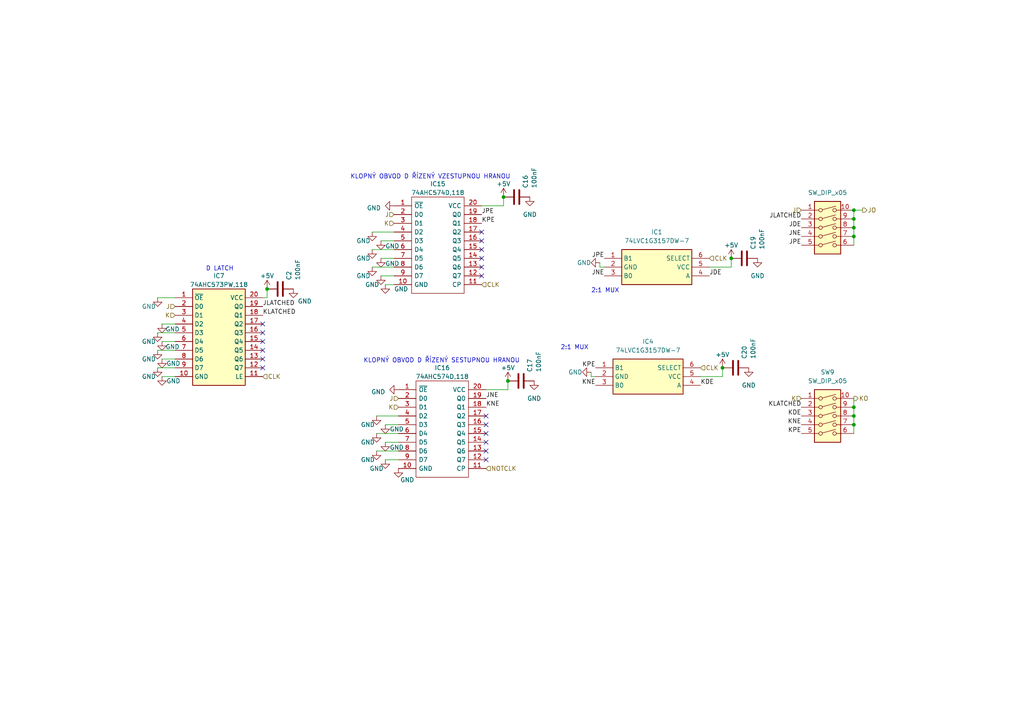
<source format=kicad_sch>
(kicad_sch
	(version 20231120)
	(generator "eeschema")
	(generator_version "8.0")
	(uuid "28b40a8d-1a77-49c8-8665-e8a1aeb545a3")
	(paper "A4")
	(lib_symbols
		(symbol "AAAAAAAAAA:74AHC573PW,118"
			(exclude_from_sim no)
			(in_bom yes)
			(on_board yes)
			(property "Reference" "IC"
				(at 21.59 7.62 0)
				(effects
					(font
						(size 1.27 1.27)
					)
					(justify left top)
				)
			)
			(property "Value" "74AHC573PW,118"
				(at 21.59 5.08 0)
				(effects
					(font
						(size 1.27 1.27)
					)
					(justify left top)
				)
			)
			(property "Footprint" "SOP65P640X110-20N"
				(at 21.59 -94.92 0)
				(effects
					(font
						(size 1.27 1.27)
					)
					(justify left top)
					(hide yes)
				)
			)
			(property "Datasheet" "https://assets.nexperia.com/documents/data-sheet/74AHC_AHCT573.pdf"
				(at 21.59 -194.92 0)
				(effects
					(font
						(size 1.27 1.27)
					)
					(justify left top)
					(hide yes)
				)
			)
			(property "Description" "74AHC(T)573 - Octal D-type transparant latch; 3-state@en-us"
				(at 0 0 0)
				(effects
					(font
						(size 1.27 1.27)
					)
					(hide yes)
				)
			)
			(property "Height" "1.1"
				(at 21.59 -394.92 0)
				(effects
					(font
						(size 1.27 1.27)
					)
					(justify left top)
					(hide yes)
				)
			)
			(property "TME Electronic Components Part Number" ""
				(at 21.59 -494.92 0)
				(effects
					(font
						(size 1.27 1.27)
					)
					(justify left top)
					(hide yes)
				)
			)
			(property "TME Electronic Components Price/Stock" ""
				(at 21.59 -594.92 0)
				(effects
					(font
						(size 1.27 1.27)
					)
					(justify left top)
					(hide yes)
				)
			)
			(property "Manufacturer_Name" "Nexperia"
				(at 21.59 -694.92 0)
				(effects
					(font
						(size 1.27 1.27)
					)
					(justify left top)
					(hide yes)
				)
			)
			(property "Manufacturer_Part_Number" "74AHC573PW,118"
				(at 21.59 -794.92 0)
				(effects
					(font
						(size 1.27 1.27)
					)
					(justify left top)
					(hide yes)
				)
			)
			(symbol "74AHC573PW,118_1_1"
				(rectangle
					(start 5.08 2.54)
					(end 20.32 -25.4)
					(stroke
						(width 0.254)
						(type default)
					)
					(fill
						(type background)
					)
				)
				(pin passive line
					(at 0 0 0)
					(length 5.08)
					(name "~{OE}"
						(effects
							(font
								(size 1.27 1.27)
							)
						)
					)
					(number "1"
						(effects
							(font
								(size 1.27 1.27)
							)
						)
					)
				)
				(pin passive line
					(at 0 -22.86 0)
					(length 5.08)
					(name "GND"
						(effects
							(font
								(size 1.27 1.27)
							)
						)
					)
					(number "10"
						(effects
							(font
								(size 1.27 1.27)
							)
						)
					)
				)
				(pin passive line
					(at 25.4 -22.86 180)
					(length 5.08)
					(name "LE"
						(effects
							(font
								(size 1.27 1.27)
							)
						)
					)
					(number "11"
						(effects
							(font
								(size 1.27 1.27)
							)
						)
					)
				)
				(pin passive line
					(at 25.4 -20.32 180)
					(length 5.08)
					(name "Q7"
						(effects
							(font
								(size 1.27 1.27)
							)
						)
					)
					(number "12"
						(effects
							(font
								(size 1.27 1.27)
							)
						)
					)
				)
				(pin passive line
					(at 25.4 -17.78 180)
					(length 5.08)
					(name "Q6"
						(effects
							(font
								(size 1.27 1.27)
							)
						)
					)
					(number "13"
						(effects
							(font
								(size 1.27 1.27)
							)
						)
					)
				)
				(pin passive line
					(at 25.4 -15.24 180)
					(length 5.08)
					(name "Q5"
						(effects
							(font
								(size 1.27 1.27)
							)
						)
					)
					(number "14"
						(effects
							(font
								(size 1.27 1.27)
							)
						)
					)
				)
				(pin passive line
					(at 25.4 -12.7 180)
					(length 5.08)
					(name "Q4"
						(effects
							(font
								(size 1.27 1.27)
							)
						)
					)
					(number "15"
						(effects
							(font
								(size 1.27 1.27)
							)
						)
					)
				)
				(pin passive line
					(at 25.4 -10.16 180)
					(length 5.08)
					(name "Q3"
						(effects
							(font
								(size 1.27 1.27)
							)
						)
					)
					(number "16"
						(effects
							(font
								(size 1.27 1.27)
							)
						)
					)
				)
				(pin passive line
					(at 25.4 -7.62 180)
					(length 5.08)
					(name "Q2"
						(effects
							(font
								(size 1.27 1.27)
							)
						)
					)
					(number "17"
						(effects
							(font
								(size 1.27 1.27)
							)
						)
					)
				)
				(pin passive line
					(at 25.4 -5.08 180)
					(length 5.08)
					(name "Q1"
						(effects
							(font
								(size 1.27 1.27)
							)
						)
					)
					(number "18"
						(effects
							(font
								(size 1.27 1.27)
							)
						)
					)
				)
				(pin passive line
					(at 25.4 -2.54 180)
					(length 5.08)
					(name "Q0"
						(effects
							(font
								(size 1.27 1.27)
							)
						)
					)
					(number "19"
						(effects
							(font
								(size 1.27 1.27)
							)
						)
					)
				)
				(pin passive line
					(at 0 -2.54 0)
					(length 5.08)
					(name "D0"
						(effects
							(font
								(size 1.27 1.27)
							)
						)
					)
					(number "2"
						(effects
							(font
								(size 1.27 1.27)
							)
						)
					)
				)
				(pin passive line
					(at 25.4 0 180)
					(length 5.08)
					(name "VCC"
						(effects
							(font
								(size 1.27 1.27)
							)
						)
					)
					(number "20"
						(effects
							(font
								(size 1.27 1.27)
							)
						)
					)
				)
				(pin passive line
					(at 0 -5.08 0)
					(length 5.08)
					(name "D1"
						(effects
							(font
								(size 1.27 1.27)
							)
						)
					)
					(number "3"
						(effects
							(font
								(size 1.27 1.27)
							)
						)
					)
				)
				(pin passive line
					(at 0 -7.62 0)
					(length 5.08)
					(name "D2"
						(effects
							(font
								(size 1.27 1.27)
							)
						)
					)
					(number "4"
						(effects
							(font
								(size 1.27 1.27)
							)
						)
					)
				)
				(pin passive line
					(at 0 -10.16 0)
					(length 5.08)
					(name "D3"
						(effects
							(font
								(size 1.27 1.27)
							)
						)
					)
					(number "5"
						(effects
							(font
								(size 1.27 1.27)
							)
						)
					)
				)
				(pin passive line
					(at 0 -12.7 0)
					(length 5.08)
					(name "D4"
						(effects
							(font
								(size 1.27 1.27)
							)
						)
					)
					(number "6"
						(effects
							(font
								(size 1.27 1.27)
							)
						)
					)
				)
				(pin passive line
					(at 0 -15.24 0)
					(length 5.08)
					(name "D5"
						(effects
							(font
								(size 1.27 1.27)
							)
						)
					)
					(number "7"
						(effects
							(font
								(size 1.27 1.27)
							)
						)
					)
				)
				(pin passive line
					(at 0 -17.78 0)
					(length 5.08)
					(name "D6"
						(effects
							(font
								(size 1.27 1.27)
							)
						)
					)
					(number "8"
						(effects
							(font
								(size 1.27 1.27)
							)
						)
					)
				)
				(pin passive line
					(at 0 -20.32 0)
					(length 5.08)
					(name "D7"
						(effects
							(font
								(size 1.27 1.27)
							)
						)
					)
					(number "9"
						(effects
							(font
								(size 1.27 1.27)
							)
						)
					)
				)
			)
		)
		(symbol "AAAAAAAAAA:74AHC574D,118"
			(pin_names
				(offset 0.762)
			)
			(exclude_from_sim no)
			(in_bom yes)
			(on_board yes)
			(property "Reference" "IC"
				(at 21.59 7.62 0)
				(effects
					(font
						(size 1.27 1.27)
					)
					(justify left)
				)
			)
			(property "Value" "74AHC574D,118"
				(at 21.59 5.08 0)
				(effects
					(font
						(size 1.27 1.27)
					)
					(justify left)
				)
			)
			(property "Footprint" "SOIC127P1032X265-20N"
				(at 21.59 2.54 0)
				(effects
					(font
						(size 1.27 1.27)
					)
					(justify left)
					(hide yes)
				)
			)
			(property "Datasheet" "https://assets.nexperia.com/documents/data-sheet/74AHC_AHCT574.pdf"
				(at 21.59 0 0)
				(effects
					(font
						(size 1.27 1.27)
					)
					(justify left)
					(hide yes)
				)
			)
			(property "Description" "74AHC(T)574 - Octal D-type flip-flop; positive edge-trigger; 3-state@en-us"
				(at 21.59 -2.54 0)
				(effects
					(font
						(size 1.27 1.27)
					)
					(justify left)
					(hide yes)
				)
			)
			(property "Height" "2.65"
				(at 21.59 -5.08 0)
				(effects
					(font
						(size 1.27 1.27)
					)
					(justify left)
					(hide yes)
				)
			)
			(property "TME Electronic Components Part Number" ""
				(at 21.59 -7.62 0)
				(effects
					(font
						(size 1.27 1.27)
					)
					(justify left)
					(hide yes)
				)
			)
			(property "TME Electronic Components Price/Stock" ""
				(at 21.59 -10.16 0)
				(effects
					(font
						(size 1.27 1.27)
					)
					(justify left)
					(hide yes)
				)
			)
			(property "Manufacturer_Name" "Nexperia"
				(at 21.59 -12.7 0)
				(effects
					(font
						(size 1.27 1.27)
					)
					(justify left)
					(hide yes)
				)
			)
			(property "Manufacturer_Part_Number" "74AHC574D,118"
				(at 21.59 -15.24 0)
				(effects
					(font
						(size 1.27 1.27)
					)
					(justify left)
					(hide yes)
				)
			)
			(symbol "74AHC574D,118_0_0"
				(pin passive line
					(at 0 0 0)
					(length 5.08)
					(name "~{OE}"
						(effects
							(font
								(size 1.27 1.27)
							)
						)
					)
					(number "1"
						(effects
							(font
								(size 1.27 1.27)
							)
						)
					)
				)
				(pin passive line
					(at 0 -22.86 0)
					(length 5.08)
					(name "GND"
						(effects
							(font
								(size 1.27 1.27)
							)
						)
					)
					(number "10"
						(effects
							(font
								(size 1.27 1.27)
							)
						)
					)
				)
				(pin passive line
					(at 25.4 -22.86 180)
					(length 5.08)
					(name "CP"
						(effects
							(font
								(size 1.27 1.27)
							)
						)
					)
					(number "11"
						(effects
							(font
								(size 1.27 1.27)
							)
						)
					)
				)
				(pin passive line
					(at 25.4 -20.32 180)
					(length 5.08)
					(name "Q7"
						(effects
							(font
								(size 1.27 1.27)
							)
						)
					)
					(number "12"
						(effects
							(font
								(size 1.27 1.27)
							)
						)
					)
				)
				(pin passive line
					(at 25.4 -17.78 180)
					(length 5.08)
					(name "Q6"
						(effects
							(font
								(size 1.27 1.27)
							)
						)
					)
					(number "13"
						(effects
							(font
								(size 1.27 1.27)
							)
						)
					)
				)
				(pin passive line
					(at 25.4 -15.24 180)
					(length 5.08)
					(name "Q5"
						(effects
							(font
								(size 1.27 1.27)
							)
						)
					)
					(number "14"
						(effects
							(font
								(size 1.27 1.27)
							)
						)
					)
				)
				(pin passive line
					(at 25.4 -12.7 180)
					(length 5.08)
					(name "Q4"
						(effects
							(font
								(size 1.27 1.27)
							)
						)
					)
					(number "15"
						(effects
							(font
								(size 1.27 1.27)
							)
						)
					)
				)
				(pin passive line
					(at 25.4 -10.16 180)
					(length 5.08)
					(name "Q3"
						(effects
							(font
								(size 1.27 1.27)
							)
						)
					)
					(number "16"
						(effects
							(font
								(size 1.27 1.27)
							)
						)
					)
				)
				(pin passive line
					(at 25.4 -7.62 180)
					(length 5.08)
					(name "Q2"
						(effects
							(font
								(size 1.27 1.27)
							)
						)
					)
					(number "17"
						(effects
							(font
								(size 1.27 1.27)
							)
						)
					)
				)
				(pin passive line
					(at 25.4 -5.08 180)
					(length 5.08)
					(name "Q1"
						(effects
							(font
								(size 1.27 1.27)
							)
						)
					)
					(number "18"
						(effects
							(font
								(size 1.27 1.27)
							)
						)
					)
				)
				(pin passive line
					(at 25.4 -2.54 180)
					(length 5.08)
					(name "Q0"
						(effects
							(font
								(size 1.27 1.27)
							)
						)
					)
					(number "19"
						(effects
							(font
								(size 1.27 1.27)
							)
						)
					)
				)
				(pin passive line
					(at 0 -2.54 0)
					(length 5.08)
					(name "D0"
						(effects
							(font
								(size 1.27 1.27)
							)
						)
					)
					(number "2"
						(effects
							(font
								(size 1.27 1.27)
							)
						)
					)
				)
				(pin passive line
					(at 25.4 0 180)
					(length 5.08)
					(name "VCC"
						(effects
							(font
								(size 1.27 1.27)
							)
						)
					)
					(number "20"
						(effects
							(font
								(size 1.27 1.27)
							)
						)
					)
				)
				(pin passive line
					(at 0 -5.08 0)
					(length 5.08)
					(name "D1"
						(effects
							(font
								(size 1.27 1.27)
							)
						)
					)
					(number "3"
						(effects
							(font
								(size 1.27 1.27)
							)
						)
					)
				)
				(pin passive line
					(at 0 -7.62 0)
					(length 5.08)
					(name "D2"
						(effects
							(font
								(size 1.27 1.27)
							)
						)
					)
					(number "4"
						(effects
							(font
								(size 1.27 1.27)
							)
						)
					)
				)
				(pin passive line
					(at 0 -10.16 0)
					(length 5.08)
					(name "D3"
						(effects
							(font
								(size 1.27 1.27)
							)
						)
					)
					(number "5"
						(effects
							(font
								(size 1.27 1.27)
							)
						)
					)
				)
				(pin passive line
					(at 0 -12.7 0)
					(length 5.08)
					(name "D4"
						(effects
							(font
								(size 1.27 1.27)
							)
						)
					)
					(number "6"
						(effects
							(font
								(size 1.27 1.27)
							)
						)
					)
				)
				(pin passive line
					(at 0 -15.24 0)
					(length 5.08)
					(name "D5"
						(effects
							(font
								(size 1.27 1.27)
							)
						)
					)
					(number "7"
						(effects
							(font
								(size 1.27 1.27)
							)
						)
					)
				)
				(pin passive line
					(at 0 -17.78 0)
					(length 5.08)
					(name "D6"
						(effects
							(font
								(size 1.27 1.27)
							)
						)
					)
					(number "8"
						(effects
							(font
								(size 1.27 1.27)
							)
						)
					)
				)
				(pin passive line
					(at 0 -20.32 0)
					(length 5.08)
					(name "D7"
						(effects
							(font
								(size 1.27 1.27)
							)
						)
					)
					(number "9"
						(effects
							(font
								(size 1.27 1.27)
							)
						)
					)
				)
			)
			(symbol "74AHC574D,118_0_1"
				(polyline
					(pts
						(xy 5.08 2.54) (xy 20.32 2.54) (xy 20.32 -25.4) (xy 5.08 -25.4) (xy 5.08 2.54)
					)
					(stroke
						(width 0.1524)
						(type solid)
					)
					(fill
						(type none)
					)
				)
			)
		)
		(symbol "AAAAAAAAAA:74LVC1G3157DW-7"
			(exclude_from_sim no)
			(in_bom yes)
			(on_board yes)
			(property "Reference" "IC"
				(at 26.67 7.62 0)
				(effects
					(font
						(size 1.27 1.27)
					)
					(justify left top)
				)
			)
			(property "Value" "74LVC1G3157DW-7"
				(at 26.67 5.08 0)
				(effects
					(font
						(size 1.27 1.27)
					)
					(justify left top)
				)
			)
			(property "Footprint" "SOT65P210X110-6N"
				(at 26.67 -94.92 0)
				(effects
					(font
						(size 1.27 1.27)
					)
					(justify left top)
					(hide yes)
				)
			)
			(property "Datasheet" "https://www.diodes.com//assets/Datasheets/74LVC1G3157.pdf"
				(at 26.67 -194.92 0)
				(effects
					(font
						(size 1.27 1.27)
					)
					(justify left top)
					(hide yes)
				)
			)
			(property "Description" "Multiplexer Switch ICs Logic LVC 1 Gate  Wide Supply Voltage Range from 1.65 to 5.5V  Control Pin Includes Hysteresis Allowing for Slower Input Rise and Fall Times  CMOS Low Power Consumption  Very Low ON-State Resistance  7.5 (typical) at VCC = 2.7V  6.5 (typical) at VCC = 3.3V  6 (typical) at VCC = 4.5V  Break Before Make Switching  Control Input accepts up to 5.5V Regardless of Vcc.  Direct Interface with TTL Levels when VCC = 3.3V  ESD Protection Tested per JESD 22  Exceeds 2"
				(at 0 0 0)
				(effects
					(font
						(size 1.27 1.27)
					)
					(hide yes)
				)
			)
			(property "Height" "1.1"
				(at 26.67 -394.92 0)
				(effects
					(font
						(size 1.27 1.27)
					)
					(justify left top)
					(hide yes)
				)
			)
			(property "TME Electronic Components Part Number" ""
				(at 26.67 -494.92 0)
				(effects
					(font
						(size 1.27 1.27)
					)
					(justify left top)
					(hide yes)
				)
			)
			(property "TME Electronic Components Price/Stock" ""
				(at 26.67 -594.92 0)
				(effects
					(font
						(size 1.27 1.27)
					)
					(justify left top)
					(hide yes)
				)
			)
			(property "Manufacturer_Name" "Diodes Incorporated"
				(at 26.67 -694.92 0)
				(effects
					(font
						(size 1.27 1.27)
					)
					(justify left top)
					(hide yes)
				)
			)
			(property "Manufacturer_Part_Number" "74LVC1G3157DW-7"
				(at 26.67 -794.92 0)
				(effects
					(font
						(size 1.27 1.27)
					)
					(justify left top)
					(hide yes)
				)
			)
			(symbol "74LVC1G3157DW-7_1_1"
				(rectangle
					(start 5.08 2.54)
					(end 25.4 -7.62)
					(stroke
						(width 0.254)
						(type default)
					)
					(fill
						(type background)
					)
				)
				(pin passive line
					(at 0 0 0)
					(length 5.08)
					(name "B1"
						(effects
							(font
								(size 1.27 1.27)
							)
						)
					)
					(number "1"
						(effects
							(font
								(size 1.27 1.27)
							)
						)
					)
				)
				(pin passive line
					(at 0 -2.54 0)
					(length 5.08)
					(name "GND"
						(effects
							(font
								(size 1.27 1.27)
							)
						)
					)
					(number "2"
						(effects
							(font
								(size 1.27 1.27)
							)
						)
					)
				)
				(pin passive line
					(at 0 -5.08 0)
					(length 5.08)
					(name "B0"
						(effects
							(font
								(size 1.27 1.27)
							)
						)
					)
					(number "3"
						(effects
							(font
								(size 1.27 1.27)
							)
						)
					)
				)
				(pin passive line
					(at 30.48 -5.08 180)
					(length 5.08)
					(name "A"
						(effects
							(font
								(size 1.27 1.27)
							)
						)
					)
					(number "4"
						(effects
							(font
								(size 1.27 1.27)
							)
						)
					)
				)
				(pin passive line
					(at 30.48 -2.54 180)
					(length 5.08)
					(name "VCC"
						(effects
							(font
								(size 1.27 1.27)
							)
						)
					)
					(number "5"
						(effects
							(font
								(size 1.27 1.27)
							)
						)
					)
				)
				(pin passive line
					(at 30.48 0 180)
					(length 5.08)
					(name "SELECT"
						(effects
							(font
								(size 1.27 1.27)
							)
						)
					)
					(number "6"
						(effects
							(font
								(size 1.27 1.27)
							)
						)
					)
				)
			)
		)
		(symbol "Device:C"
			(pin_numbers hide)
			(pin_names
				(offset 0.254)
			)
			(exclude_from_sim no)
			(in_bom yes)
			(on_board yes)
			(property "Reference" "C"
				(at 0.635 2.54 0)
				(effects
					(font
						(size 1.27 1.27)
					)
					(justify left)
				)
			)
			(property "Value" "C"
				(at 0.635 -2.54 0)
				(effects
					(font
						(size 1.27 1.27)
					)
					(justify left)
				)
			)
			(property "Footprint" ""
				(at 0.9652 -3.81 0)
				(effects
					(font
						(size 1.27 1.27)
					)
					(hide yes)
				)
			)
			(property "Datasheet" "~"
				(at 0 0 0)
				(effects
					(font
						(size 1.27 1.27)
					)
					(hide yes)
				)
			)
			(property "Description" "Unpolarized capacitor"
				(at 0 0 0)
				(effects
					(font
						(size 1.27 1.27)
					)
					(hide yes)
				)
			)
			(property "ki_keywords" "cap capacitor"
				(at 0 0 0)
				(effects
					(font
						(size 1.27 1.27)
					)
					(hide yes)
				)
			)
			(property "ki_fp_filters" "C_*"
				(at 0 0 0)
				(effects
					(font
						(size 1.27 1.27)
					)
					(hide yes)
				)
			)
			(symbol "C_0_1"
				(polyline
					(pts
						(xy -2.032 -0.762) (xy 2.032 -0.762)
					)
					(stroke
						(width 0.508)
						(type default)
					)
					(fill
						(type none)
					)
				)
				(polyline
					(pts
						(xy -2.032 0.762) (xy 2.032 0.762)
					)
					(stroke
						(width 0.508)
						(type default)
					)
					(fill
						(type none)
					)
				)
			)
			(symbol "C_1_1"
				(pin passive line
					(at 0 3.81 270)
					(length 2.794)
					(name "~"
						(effects
							(font
								(size 1.27 1.27)
							)
						)
					)
					(number "1"
						(effects
							(font
								(size 1.27 1.27)
							)
						)
					)
				)
				(pin passive line
					(at 0 -3.81 90)
					(length 2.794)
					(name "~"
						(effects
							(font
								(size 1.27 1.27)
							)
						)
					)
					(number "2"
						(effects
							(font
								(size 1.27 1.27)
							)
						)
					)
				)
			)
		)
		(symbol "Switch:SW_DIP_x05"
			(pin_names
				(offset 0) hide)
			(exclude_from_sim no)
			(in_bom yes)
			(on_board yes)
			(property "Reference" "SW"
				(at 0 8.89 0)
				(effects
					(font
						(size 1.27 1.27)
					)
				)
			)
			(property "Value" "SW_DIP_x05"
				(at 0 -8.89 0)
				(effects
					(font
						(size 1.27 1.27)
					)
				)
			)
			(property "Footprint" ""
				(at 0 0 0)
				(effects
					(font
						(size 1.27 1.27)
					)
					(hide yes)
				)
			)
			(property "Datasheet" "~"
				(at 0 0 0)
				(effects
					(font
						(size 1.27 1.27)
					)
					(hide yes)
				)
			)
			(property "Description" "5x DIP Switch, Single Pole Single Throw (SPST) switch, small symbol"
				(at 0 0 0)
				(effects
					(font
						(size 1.27 1.27)
					)
					(hide yes)
				)
			)
			(property "ki_keywords" "dip switch"
				(at 0 0 0)
				(effects
					(font
						(size 1.27 1.27)
					)
					(hide yes)
				)
			)
			(property "ki_fp_filters" "SW?DIP?x5*"
				(at 0 0 0)
				(effects
					(font
						(size 1.27 1.27)
					)
					(hide yes)
				)
			)
			(symbol "SW_DIP_x05_0_0"
				(circle
					(center -2.032 -5.08)
					(radius 0.508)
					(stroke
						(width 0)
						(type default)
					)
					(fill
						(type none)
					)
				)
				(circle
					(center -2.032 -2.54)
					(radius 0.508)
					(stroke
						(width 0)
						(type default)
					)
					(fill
						(type none)
					)
				)
				(circle
					(center -2.032 0)
					(radius 0.508)
					(stroke
						(width 0)
						(type default)
					)
					(fill
						(type none)
					)
				)
				(circle
					(center -2.032 2.54)
					(radius 0.508)
					(stroke
						(width 0)
						(type default)
					)
					(fill
						(type none)
					)
				)
				(circle
					(center -2.032 5.08)
					(radius 0.508)
					(stroke
						(width 0)
						(type default)
					)
					(fill
						(type none)
					)
				)
				(polyline
					(pts
						(xy -1.524 -4.9276) (xy 2.3622 -3.8862)
					)
					(stroke
						(width 0)
						(type default)
					)
					(fill
						(type none)
					)
				)
				(polyline
					(pts
						(xy -1.524 -2.3876) (xy 2.3622 -1.3462)
					)
					(stroke
						(width 0)
						(type default)
					)
					(fill
						(type none)
					)
				)
				(polyline
					(pts
						(xy -1.524 0.127) (xy 2.3622 1.1684)
					)
					(stroke
						(width 0)
						(type default)
					)
					(fill
						(type none)
					)
				)
				(polyline
					(pts
						(xy -1.524 2.667) (xy 2.3622 3.7084)
					)
					(stroke
						(width 0)
						(type default)
					)
					(fill
						(type none)
					)
				)
				(polyline
					(pts
						(xy -1.524 5.207) (xy 2.3622 6.2484)
					)
					(stroke
						(width 0)
						(type default)
					)
					(fill
						(type none)
					)
				)
				(circle
					(center 2.032 -5.08)
					(radius 0.508)
					(stroke
						(width 0)
						(type default)
					)
					(fill
						(type none)
					)
				)
				(circle
					(center 2.032 -2.54)
					(radius 0.508)
					(stroke
						(width 0)
						(type default)
					)
					(fill
						(type none)
					)
				)
				(circle
					(center 2.032 0)
					(radius 0.508)
					(stroke
						(width 0)
						(type default)
					)
					(fill
						(type none)
					)
				)
				(circle
					(center 2.032 2.54)
					(radius 0.508)
					(stroke
						(width 0)
						(type default)
					)
					(fill
						(type none)
					)
				)
				(circle
					(center 2.032 5.08)
					(radius 0.508)
					(stroke
						(width 0)
						(type default)
					)
					(fill
						(type none)
					)
				)
			)
			(symbol "SW_DIP_x05_0_1"
				(rectangle
					(start -3.81 7.62)
					(end 3.81 -7.62)
					(stroke
						(width 0.254)
						(type default)
					)
					(fill
						(type background)
					)
				)
			)
			(symbol "SW_DIP_x05_1_1"
				(pin passive line
					(at -7.62 5.08 0)
					(length 5.08)
					(name "~"
						(effects
							(font
								(size 1.27 1.27)
							)
						)
					)
					(number "1"
						(effects
							(font
								(size 1.27 1.27)
							)
						)
					)
				)
				(pin passive line
					(at 7.62 5.08 180)
					(length 5.08)
					(name "~"
						(effects
							(font
								(size 1.27 1.27)
							)
						)
					)
					(number "10"
						(effects
							(font
								(size 1.27 1.27)
							)
						)
					)
				)
				(pin passive line
					(at -7.62 2.54 0)
					(length 5.08)
					(name "~"
						(effects
							(font
								(size 1.27 1.27)
							)
						)
					)
					(number "2"
						(effects
							(font
								(size 1.27 1.27)
							)
						)
					)
				)
				(pin passive line
					(at -7.62 0 0)
					(length 5.08)
					(name "~"
						(effects
							(font
								(size 1.27 1.27)
							)
						)
					)
					(number "3"
						(effects
							(font
								(size 1.27 1.27)
							)
						)
					)
				)
				(pin passive line
					(at -7.62 -2.54 0)
					(length 5.08)
					(name "~"
						(effects
							(font
								(size 1.27 1.27)
							)
						)
					)
					(number "4"
						(effects
							(font
								(size 1.27 1.27)
							)
						)
					)
				)
				(pin passive line
					(at -7.62 -5.08 0)
					(length 5.08)
					(name "~"
						(effects
							(font
								(size 1.27 1.27)
							)
						)
					)
					(number "5"
						(effects
							(font
								(size 1.27 1.27)
							)
						)
					)
				)
				(pin passive line
					(at 7.62 -5.08 180)
					(length 5.08)
					(name "~"
						(effects
							(font
								(size 1.27 1.27)
							)
						)
					)
					(number "6"
						(effects
							(font
								(size 1.27 1.27)
							)
						)
					)
				)
				(pin passive line
					(at 7.62 -2.54 180)
					(length 5.08)
					(name "~"
						(effects
							(font
								(size 1.27 1.27)
							)
						)
					)
					(number "7"
						(effects
							(font
								(size 1.27 1.27)
							)
						)
					)
				)
				(pin passive line
					(at 7.62 0 180)
					(length 5.08)
					(name "~"
						(effects
							(font
								(size 1.27 1.27)
							)
						)
					)
					(number "8"
						(effects
							(font
								(size 1.27 1.27)
							)
						)
					)
				)
				(pin passive line
					(at 7.62 2.54 180)
					(length 5.08)
					(name "~"
						(effects
							(font
								(size 1.27 1.27)
							)
						)
					)
					(number "9"
						(effects
							(font
								(size 1.27 1.27)
							)
						)
					)
				)
			)
		)
		(symbol "power:+5V"
			(power)
			(pin_names
				(offset 0)
			)
			(exclude_from_sim no)
			(in_bom yes)
			(on_board yes)
			(property "Reference" "#PWR"
				(at 0 -3.81 0)
				(effects
					(font
						(size 1.27 1.27)
					)
					(hide yes)
				)
			)
			(property "Value" "+5V"
				(at 0 3.556 0)
				(effects
					(font
						(size 1.27 1.27)
					)
				)
			)
			(property "Footprint" ""
				(at 0 0 0)
				(effects
					(font
						(size 1.27 1.27)
					)
					(hide yes)
				)
			)
			(property "Datasheet" ""
				(at 0 0 0)
				(effects
					(font
						(size 1.27 1.27)
					)
					(hide yes)
				)
			)
			(property "Description" "Power symbol creates a global label with name \"+5V\""
				(at 0 0 0)
				(effects
					(font
						(size 1.27 1.27)
					)
					(hide yes)
				)
			)
			(property "ki_keywords" "global power"
				(at 0 0 0)
				(effects
					(font
						(size 1.27 1.27)
					)
					(hide yes)
				)
			)
			(symbol "+5V_0_1"
				(polyline
					(pts
						(xy -0.762 1.27) (xy 0 2.54)
					)
					(stroke
						(width 0)
						(type default)
					)
					(fill
						(type none)
					)
				)
				(polyline
					(pts
						(xy 0 0) (xy 0 2.54)
					)
					(stroke
						(width 0)
						(type default)
					)
					(fill
						(type none)
					)
				)
				(polyline
					(pts
						(xy 0 2.54) (xy 0.762 1.27)
					)
					(stroke
						(width 0)
						(type default)
					)
					(fill
						(type none)
					)
				)
			)
			(symbol "+5V_1_1"
				(pin power_in line
					(at 0 0 90)
					(length 0) hide
					(name "+5V"
						(effects
							(font
								(size 1.27 1.27)
							)
						)
					)
					(number "1"
						(effects
							(font
								(size 1.27 1.27)
							)
						)
					)
				)
			)
		)
		(symbol "power:GND"
			(power)
			(pin_names
				(offset 0)
			)
			(exclude_from_sim no)
			(in_bom yes)
			(on_board yes)
			(property "Reference" "#PWR"
				(at 0 -6.35 0)
				(effects
					(font
						(size 1.27 1.27)
					)
					(hide yes)
				)
			)
			(property "Value" "GND"
				(at 0 -3.81 0)
				(effects
					(font
						(size 1.27 1.27)
					)
				)
			)
			(property "Footprint" ""
				(at 0 0 0)
				(effects
					(font
						(size 1.27 1.27)
					)
					(hide yes)
				)
			)
			(property "Datasheet" ""
				(at 0 0 0)
				(effects
					(font
						(size 1.27 1.27)
					)
					(hide yes)
				)
			)
			(property "Description" "Power symbol creates a global label with name \"GND\" , ground"
				(at 0 0 0)
				(effects
					(font
						(size 1.27 1.27)
					)
					(hide yes)
				)
			)
			(property "ki_keywords" "global power"
				(at 0 0 0)
				(effects
					(font
						(size 1.27 1.27)
					)
					(hide yes)
				)
			)
			(symbol "GND_0_1"
				(polyline
					(pts
						(xy 0 0) (xy 0 -1.27) (xy 1.27 -1.27) (xy 0 -2.54) (xy -1.27 -1.27) (xy 0 -1.27)
					)
					(stroke
						(width 0)
						(type default)
					)
					(fill
						(type none)
					)
				)
			)
			(symbol "GND_1_1"
				(pin power_in line
					(at 0 0 270)
					(length 0) hide
					(name "GND"
						(effects
							(font
								(size 1.27 1.27)
							)
						)
					)
					(number "1"
						(effects
							(font
								(size 1.27 1.27)
							)
						)
					)
				)
			)
		)
	)
	(junction
		(at 247.65 123.19)
		(diameter 0)
		(color 0 0 0 0)
		(uuid "0179a3a7-20e5-44b8-9fd2-96f558705c3c")
	)
	(junction
		(at 146.05 57.15)
		(diameter 0)
		(color 0 0 0 0)
		(uuid "16c570f3-b8b1-4365-a67b-695bc5de7534")
	)
	(junction
		(at 77.47 83.82)
		(diameter 0)
		(color 0 0 0 0)
		(uuid "252577f1-b06e-4194-bfc3-83d0e1e5e0a0")
	)
	(junction
		(at 147.32 110.49)
		(diameter 0)
		(color 0 0 0 0)
		(uuid "636e6d5f-8d34-4328-8483-78f22ad0352d")
	)
	(junction
		(at 212.09 74.93)
		(diameter 0)
		(color 0 0 0 0)
		(uuid "70a1c2d3-f0a9-46ba-a59f-dff1ebb370c6")
	)
	(junction
		(at 247.65 63.5)
		(diameter 0)
		(color 0 0 0 0)
		(uuid "a105ffbe-9ebc-499e-853e-5b1e238d47eb")
	)
	(junction
		(at 247.65 120.65)
		(diameter 0)
		(color 0 0 0 0)
		(uuid "b102d8e9-78cc-4724-bdc3-9638d641cb74")
	)
	(junction
		(at 247.65 66.04)
		(diameter 0)
		(color 0 0 0 0)
		(uuid "bad2332b-84bf-4dc0-95ad-62b46ff5a341")
	)
	(junction
		(at 209.55 106.68)
		(diameter 0)
		(color 0 0 0 0)
		(uuid "c71bbe2d-fade-4611-ba23-62753fa43dd4")
	)
	(junction
		(at 247.65 60.96)
		(diameter 0)
		(color 0 0 0 0)
		(uuid "dff05c18-74e8-47b6-9125-36c300a67383")
	)
	(junction
		(at 247.65 68.58)
		(diameter 0)
		(color 0 0 0 0)
		(uuid "eff5071b-9f9f-4749-a4ad-0dae4e2e7a47")
	)
	(junction
		(at 247.65 118.11)
		(diameter 0)
		(color 0 0 0 0)
		(uuid "fcc5dada-01ab-4b45-9ddf-9171f1d63a8b")
	)
	(no_connect
		(at 140.97 120.65)
		(uuid "068d82e2-a14f-4d4a-b22e-67187242b805")
	)
	(no_connect
		(at 76.2 99.06)
		(uuid "26d592fb-9123-4e99-a912-06ae7dcd4bf2")
	)
	(no_connect
		(at 139.7 72.39)
		(uuid "2e7df736-8685-4f8e-b14c-7c001bf3dbaa")
	)
	(no_connect
		(at 140.97 133.35)
		(uuid "390a41d5-b9fb-43d2-9933-78adabd5f481")
	)
	(no_connect
		(at 139.7 77.47)
		(uuid "3a379324-f607-423f-878b-6c31ae0231c0")
	)
	(no_connect
		(at 139.7 80.01)
		(uuid "43c910b3-c903-414b-b682-c57b00c4383b")
	)
	(no_connect
		(at 140.97 125.73)
		(uuid "554ecd70-a481-45c2-9451-e82a86060c75")
	)
	(no_connect
		(at 76.2 96.52)
		(uuid "62ed20c1-1fd3-4df7-9cf3-50f8ca909bb6")
	)
	(no_connect
		(at 76.2 106.68)
		(uuid "71682833-08b4-41f2-adfe-adeeb0577e7b")
	)
	(no_connect
		(at 140.97 130.81)
		(uuid "77258a28-4145-4cb4-85c4-3250cbeaeb9e")
	)
	(no_connect
		(at 139.7 74.93)
		(uuid "80fa03ce-7139-4154-831c-c40a368c7c31")
	)
	(no_connect
		(at 76.2 101.6)
		(uuid "85deb5ec-e6b9-4a14-ad0a-e9069d5bf5c1")
	)
	(no_connect
		(at 140.97 128.27)
		(uuid "9065931d-3034-426f-9ec0-770d9744c670")
	)
	(no_connect
		(at 139.7 67.31)
		(uuid "c9251e9b-fb28-4636-88a0-90c259a79249")
	)
	(no_connect
		(at 76.2 104.14)
		(uuid "cce59a05-f0ec-4495-9991-ec6bf34645f8")
	)
	(no_connect
		(at 139.7 69.85)
		(uuid "d44c2f3f-3526-4c69-afdd-d7fbf0b33b09")
	)
	(no_connect
		(at 140.97 123.19)
		(uuid "ecb08f3c-bbab-470a-be42-3b32a4b0a728")
	)
	(no_connect
		(at 76.2 93.98)
		(uuid "f7deaebb-8fe4-41e3-b5e7-be25ee9902e7")
	)
	(wire
		(pts
			(xy 46.99 104.14) (xy 50.8 104.14)
		)
		(stroke
			(width 0)
			(type default)
		)
		(uuid "0d6be5a5-f932-4194-b57b-d3ebfd10510f")
	)
	(wire
		(pts
			(xy 110.49 69.85) (xy 114.3 69.85)
		)
		(stroke
			(width 0)
			(type default)
		)
		(uuid "102d9c73-2dc7-4c6a-a89d-b960fdd12219")
	)
	(wire
		(pts
			(xy 247.65 115.57) (xy 247.65 118.11)
		)
		(stroke
			(width 0)
			(type default)
		)
		(uuid "1344a3df-173e-4c8a-ad83-d93427c211ed")
	)
	(wire
		(pts
			(xy 45.72 86.36) (xy 50.8 86.36)
		)
		(stroke
			(width 0)
			(type default)
		)
		(uuid "1f36c9b0-eecf-4d10-9109-14779e336976")
	)
	(wire
		(pts
			(xy 171.45 107.95) (xy 171.45 109.22)
		)
		(stroke
			(width 0)
			(type default)
		)
		(uuid "2439d111-6774-4dda-8096-e2ee4f5c3431")
	)
	(wire
		(pts
			(xy 173.99 76.2) (xy 173.99 77.47)
		)
		(stroke
			(width 0)
			(type default)
		)
		(uuid "24bdf505-5e64-4aa8-ad19-ba0aa46f401e")
	)
	(wire
		(pts
			(xy 107.95 67.31) (xy 114.3 67.31)
		)
		(stroke
			(width 0)
			(type default)
		)
		(uuid "276f1bbd-73d3-4cca-b10c-61bebfe0a59c")
	)
	(wire
		(pts
			(xy 46.99 109.22) (xy 50.8 109.22)
		)
		(stroke
			(width 0)
			(type default)
		)
		(uuid "2bf84a5c-762d-48e1-87be-aed4946006b3")
	)
	(wire
		(pts
			(xy 46.99 93.98) (xy 50.8 93.98)
		)
		(stroke
			(width 0)
			(type default)
		)
		(uuid "3872a214-bd4d-4618-b542-8ec039e42c4e")
	)
	(wire
		(pts
			(xy 45.72 96.52) (xy 50.8 96.52)
		)
		(stroke
			(width 0)
			(type default)
		)
		(uuid "3dade7f3-9db4-44ea-a4bc-d1ece9af246b")
	)
	(wire
		(pts
			(xy 45.72 101.6) (xy 50.8 101.6)
		)
		(stroke
			(width 0)
			(type default)
		)
		(uuid "470ccf19-258f-4eba-b696-c06185684d78")
	)
	(wire
		(pts
			(xy 110.49 80.01) (xy 114.3 80.01)
		)
		(stroke
			(width 0)
			(type default)
		)
		(uuid "4e503df5-5428-468b-b118-e0db1dd1e661")
	)
	(wire
		(pts
			(xy 146.05 59.69) (xy 139.7 59.69)
		)
		(stroke
			(width 0)
			(type default)
		)
		(uuid "51341e50-daab-4d8a-91f2-c172a9ac1725")
	)
	(wire
		(pts
			(xy 147.32 113.03) (xy 140.97 113.03)
		)
		(stroke
			(width 0)
			(type default)
		)
		(uuid "538b7173-4296-49a0-a55e-d5e57ee990d1")
	)
	(wire
		(pts
			(xy 110.49 74.93) (xy 114.3 74.93)
		)
		(stroke
			(width 0)
			(type default)
		)
		(uuid "5396bdc9-14e7-4e40-bbf3-e8e4c34b3e7d")
	)
	(wire
		(pts
			(xy 107.95 77.47) (xy 114.3 77.47)
		)
		(stroke
			(width 0)
			(type default)
		)
		(uuid "5a01bafa-62de-4341-9721-8cbb6e8caac0")
	)
	(wire
		(pts
			(xy 212.09 74.93) (xy 212.09 77.47)
		)
		(stroke
			(width 0)
			(type default)
		)
		(uuid "6bffb2e6-fd5d-44d6-95b6-1af4ec9a78ac")
	)
	(wire
		(pts
			(xy 247.65 66.04) (xy 247.65 68.58)
		)
		(stroke
			(width 0)
			(type default)
		)
		(uuid "6da5f3b4-fa21-40a3-97f5-5250d59a40f7")
	)
	(wire
		(pts
			(xy 247.65 120.65) (xy 247.65 123.19)
		)
		(stroke
			(width 0)
			(type default)
		)
		(uuid "734799dc-6ef5-451f-bf7d-5ecd2c3c151b")
	)
	(wire
		(pts
			(xy 212.09 77.47) (xy 205.74 77.47)
		)
		(stroke
			(width 0)
			(type default)
		)
		(uuid "7365560e-df4d-4d16-a594-a8845a527d16")
	)
	(wire
		(pts
			(xy 111.76 123.19) (xy 115.57 123.19)
		)
		(stroke
			(width 0)
			(type default)
		)
		(uuid "7c65d253-9afc-40c8-bf5c-7afe6cb8d138")
	)
	(wire
		(pts
			(xy 46.99 99.06) (xy 50.8 99.06)
		)
		(stroke
			(width 0)
			(type default)
		)
		(uuid "98d58f45-4bec-462c-ba1a-c35d4e2cce63")
	)
	(wire
		(pts
			(xy 109.22 125.73) (xy 115.57 125.73)
		)
		(stroke
			(width 0)
			(type default)
		)
		(uuid "9eacf929-88e7-4a9d-84bd-c10ebd9f95b3")
	)
	(wire
		(pts
			(xy 247.65 63.5) (xy 247.65 66.04)
		)
		(stroke
			(width 0)
			(type default)
		)
		(uuid "a09977ad-cf48-4ee4-9e14-85ce13077073")
	)
	(wire
		(pts
			(xy 146.05 57.15) (xy 146.05 59.69)
		)
		(stroke
			(width 0)
			(type default)
		)
		(uuid "a1f69ff8-8457-4ddc-98dd-09bde661dfba")
	)
	(wire
		(pts
			(xy 111.76 82.55) (xy 114.3 82.55)
		)
		(stroke
			(width 0)
			(type default)
		)
		(uuid "add27fe5-4d4f-4300-9110-0d99518e764f")
	)
	(wire
		(pts
			(xy 247.65 118.11) (xy 247.65 120.65)
		)
		(stroke
			(width 0)
			(type default)
		)
		(uuid "aeb8577d-a35b-4448-be24-12a969d34429")
	)
	(wire
		(pts
			(xy 209.55 106.68) (xy 209.55 109.22)
		)
		(stroke
			(width 0)
			(type default)
		)
		(uuid "b5edbc41-49bd-4a6f-bdcb-8d9dd1d2c5c2")
	)
	(wire
		(pts
			(xy 45.72 106.68) (xy 50.8 106.68)
		)
		(stroke
			(width 0)
			(type default)
		)
		(uuid "bdce2f65-9b5c-4df7-ad52-126b9e76d27d")
	)
	(wire
		(pts
			(xy 171.45 109.22) (xy 172.72 109.22)
		)
		(stroke
			(width 0)
			(type default)
		)
		(uuid "bf570668-e392-411b-a22e-78392af52ff4")
	)
	(wire
		(pts
			(xy 247.65 60.96) (xy 250.19 60.96)
		)
		(stroke
			(width 0)
			(type default)
		)
		(uuid "c8470a6e-9ffc-4818-b95b-7b5becfcebd9")
	)
	(wire
		(pts
			(xy 209.55 109.22) (xy 203.2 109.22)
		)
		(stroke
			(width 0)
			(type default)
		)
		(uuid "cb5073d1-521d-40da-81d4-015851bbfcbb")
	)
	(wire
		(pts
			(xy 109.22 130.81) (xy 115.57 130.81)
		)
		(stroke
			(width 0)
			(type default)
		)
		(uuid "ce458c97-c2e5-4a06-b0d6-632f741e6326")
	)
	(wire
		(pts
			(xy 247.65 68.58) (xy 247.65 71.12)
		)
		(stroke
			(width 0)
			(type default)
		)
		(uuid "d342b2b7-44bb-4132-affb-73ac2c5e5eab")
	)
	(wire
		(pts
			(xy 77.47 83.82) (xy 77.47 86.36)
		)
		(stroke
			(width 0)
			(type default)
		)
		(uuid "d91bd4ad-25e6-4591-8524-9263887f1fb4")
	)
	(wire
		(pts
			(xy 247.65 60.96) (xy 247.65 63.5)
		)
		(stroke
			(width 0)
			(type default)
		)
		(uuid "dafdf266-2d7d-4387-b16f-1e50bd959f2d")
	)
	(wire
		(pts
			(xy 111.76 133.35) (xy 115.57 133.35)
		)
		(stroke
			(width 0)
			(type default)
		)
		(uuid "de66a54c-5c79-40d5-8b59-25ac220df46c")
	)
	(wire
		(pts
			(xy 173.99 77.47) (xy 175.26 77.47)
		)
		(stroke
			(width 0)
			(type default)
		)
		(uuid "df43b5e3-b30a-4479-968a-cfc88d08cd96")
	)
	(wire
		(pts
			(xy 107.95 72.39) (xy 114.3 72.39)
		)
		(stroke
			(width 0)
			(type default)
		)
		(uuid "e0b8ded8-b496-4fe7-8d8a-a73d0959b551")
	)
	(wire
		(pts
			(xy 111.76 128.27) (xy 115.57 128.27)
		)
		(stroke
			(width 0)
			(type default)
		)
		(uuid "eb7718a6-0011-4973-af57-2f2c1574805f")
	)
	(wire
		(pts
			(xy 147.32 110.49) (xy 147.32 113.03)
		)
		(stroke
			(width 0)
			(type default)
		)
		(uuid "eb9f6a7d-2848-477a-92b8-c625ca6a857f")
	)
	(wire
		(pts
			(xy 247.65 123.19) (xy 247.65 125.73)
		)
		(stroke
			(width 0)
			(type default)
		)
		(uuid "ed4e28b2-a1d9-4aac-ba3c-b365eb323135")
	)
	(wire
		(pts
			(xy 76.2 86.36) (xy 77.47 86.36)
		)
		(stroke
			(width 0)
			(type default)
		)
		(uuid "f6bf0bc5-c637-487d-a8d5-a831e28877c6")
	)
	(wire
		(pts
			(xy 109.22 120.65) (xy 115.57 120.65)
		)
		(stroke
			(width 0)
			(type default)
		)
		(uuid "fe973085-a965-43f5-b755-777db64ecb4c")
	)
	(text "KLOPNÝ OBVOD D ŘÍZENÝ VZESTUPNOU HRANOU"
		(exclude_from_sim no)
		(at 101.6 52.07 0)
		(effects
			(font
				(size 1.27 1.27)
			)
			(justify left bottom)
		)
		(uuid "0c158299-bf72-4f5d-a897-ce179b335e94")
	)
	(text "2:1 MUX"
		(exclude_from_sim no)
		(at 162.56 101.6 0)
		(effects
			(font
				(size 1.27 1.27)
			)
			(justify left bottom)
		)
		(uuid "2f2176c9-c69e-41bd-84be-6143cafebac1")
	)
	(text "2:1 MUX"
		(exclude_from_sim no)
		(at 171.45 85.09 0)
		(effects
			(font
				(size 1.27 1.27)
			)
			(justify left bottom)
		)
		(uuid "44391178-6d41-4b65-be4f-e9d79167a2b7")
	)
	(text "KLOPNÝ OBVOD D ŘÍZENÝ SESTUPNOU HRANOU"
		(exclude_from_sim no)
		(at 105.41 105.41 0)
		(effects
			(font
				(size 1.27 1.27)
			)
			(justify left bottom)
		)
		(uuid "59784ff5-bc0e-4b4e-9932-9057907fa779")
	)
	(text "D LATCH"
		(exclude_from_sim no)
		(at 59.69 78.74 0)
		(effects
			(font
				(size 1.27 1.27)
			)
			(justify left bottom)
		)
		(uuid "bce65eca-210f-403c-af96-ac8c8ec333e3")
	)
	(label "JLATCHED"
		(at 232.41 63.5 180)
		(fields_autoplaced yes)
		(effects
			(font
				(size 1.27 1.27)
			)
			(justify right bottom)
		)
		(uuid "0770063c-f03e-42c5-9432-caf583abf3c1")
	)
	(label "KLATCHED"
		(at 232.41 118.11 180)
		(fields_autoplaced yes)
		(effects
			(font
				(size 1.27 1.27)
			)
			(justify right bottom)
		)
		(uuid "27f88505-82f2-4f23-9e9c-e64ffb96eb8b")
	)
	(label "JNE"
		(at 232.41 68.58 180)
		(fields_autoplaced yes)
		(effects
			(font
				(size 1.27 1.27)
			)
			(justify right bottom)
		)
		(uuid "2da37819-42eb-444d-8d88-a92a8071141c")
	)
	(label "JNE"
		(at 175.26 80.01 180)
		(fields_autoplaced yes)
		(effects
			(font
				(size 1.27 1.27)
			)
			(justify right bottom)
		)
		(uuid "398717bc-1bab-4687-8a5c-261941e4e323")
	)
	(label "JDE"
		(at 232.41 66.04 180)
		(fields_autoplaced yes)
		(effects
			(font
				(size 1.27 1.27)
			)
			(justify right bottom)
		)
		(uuid "4fa5d8a5-018f-4684-a609-33a3ac4a3702")
	)
	(label "JPE"
		(at 139.7 62.23 0)
		(fields_autoplaced yes)
		(effects
			(font
				(size 1.27 1.27)
			)
			(justify left bottom)
		)
		(uuid "5b5acb44-d61d-4ffc-9c56-d4bd29bf6f38")
	)
	(label "KNE"
		(at 140.97 118.11 0)
		(fields_autoplaced yes)
		(effects
			(font
				(size 1.27 1.27)
			)
			(justify left bottom)
		)
		(uuid "8053a547-dbd1-4486-9495-c2829e2d099d")
	)
	(label "KLATCHED"
		(at 76.2 91.44 0)
		(fields_autoplaced yes)
		(effects
			(font
				(size 1.27 1.27)
			)
			(justify left bottom)
		)
		(uuid "829a770e-2616-4752-8132-39bae438c71b")
	)
	(label "JPE"
		(at 232.41 71.12 180)
		(fields_autoplaced yes)
		(effects
			(font
				(size 1.27 1.27)
			)
			(justify right bottom)
		)
		(uuid "868047df-d3fe-4343-9c4e-7246ac1be94b")
	)
	(label "KNE"
		(at 172.72 111.76 180)
		(fields_autoplaced yes)
		(effects
			(font
				(size 1.27 1.27)
			)
			(justify right bottom)
		)
		(uuid "9d1280f9-4892-4e82-a4dc-ab186b393dcf")
	)
	(label "KDE"
		(at 232.41 120.65 180)
		(fields_autoplaced yes)
		(effects
			(font
				(size 1.27 1.27)
			)
			(justify right bottom)
		)
		(uuid "9d921b93-5173-4cb4-b4d4-a10545451a9c")
	)
	(label "KDE"
		(at 203.2 111.76 0)
		(fields_autoplaced yes)
		(effects
			(font
				(size 1.27 1.27)
			)
			(justify left bottom)
		)
		(uuid "a931d05e-d3c4-4a16-b814-ed188e123969")
	)
	(label "JLATCHED"
		(at 76.2 88.9 0)
		(fields_autoplaced yes)
		(effects
			(font
				(size 1.27 1.27)
			)
			(justify left bottom)
		)
		(uuid "adf9de83-39a9-4f06-b827-b4ef914785d4")
	)
	(label "JDE"
		(at 205.74 80.01 0)
		(fields_autoplaced yes)
		(effects
			(font
				(size 1.27 1.27)
			)
			(justify left bottom)
		)
		(uuid "b28a6019-1633-4159-951b-458ca495703c")
	)
	(label "KPE"
		(at 139.7 64.77 0)
		(fields_autoplaced yes)
		(effects
			(font
				(size 1.27 1.27)
			)
			(justify left bottom)
		)
		(uuid "bb057b77-08c8-469e-bccf-155256a5b667")
	)
	(label "JPE"
		(at 175.26 74.93 180)
		(fields_autoplaced yes)
		(effects
			(font
				(size 1.27 1.27)
			)
			(justify right bottom)
		)
		(uuid "c1786885-d66a-4f65-bd5e-42ce60de4177")
	)
	(label "KPE"
		(at 172.72 106.68 180)
		(fields_autoplaced yes)
		(effects
			(font
				(size 1.27 1.27)
			)
			(justify right bottom)
		)
		(uuid "c9f2de90-f4ee-4657-b33d-f1248db59cd0")
	)
	(label "JNE"
		(at 140.97 115.57 0)
		(fields_autoplaced yes)
		(effects
			(font
				(size 1.27 1.27)
			)
			(justify left bottom)
		)
		(uuid "cd2f4364-26ee-4e71-9103-c528b66394bd")
	)
	(label "KNE"
		(at 232.41 123.19 180)
		(fields_autoplaced yes)
		(effects
			(font
				(size 1.27 1.27)
			)
			(justify right bottom)
		)
		(uuid "d2283c82-6469-4059-9b97-2f61de7de6f2")
	)
	(label "KPE"
		(at 232.41 125.73 180)
		(fields_autoplaced yes)
		(effects
			(font
				(size 1.27 1.27)
			)
			(justify right bottom)
		)
		(uuid "eae8a0f0-fd98-48f3-8d7d-74f81f44c545")
	)
	(hierarchical_label "CLK"
		(shape input)
		(at 76.2 109.22 0)
		(fields_autoplaced yes)
		(effects
			(font
				(size 1.27 1.27)
			)
			(justify left)
		)
		(uuid "07a296a3-54e5-4432-bc24-26e14a997573")
	)
	(hierarchical_label "JO"
		(shape output)
		(at 250.19 60.96 0)
		(fields_autoplaced yes)
		(effects
			(font
				(size 1.27 1.27)
			)
			(justify left)
		)
		(uuid "08dcb641-f598-4ff5-b07a-78cf6dee6c13")
	)
	(hierarchical_label "K"
		(shape input)
		(at 50.8 91.44 180)
		(fields_autoplaced yes)
		(effects
			(font
				(size 1.27 1.27)
			)
			(justify right)
		)
		(uuid "0d24bdc8-51c5-4c95-9937-b3a2cfc9f713")
	)
	(hierarchical_label "J"
		(shape input)
		(at 115.57 115.57 180)
		(fields_autoplaced yes)
		(effects
			(font
				(size 1.27 1.27)
			)
			(justify right)
		)
		(uuid "1cdf409a-74d1-496e-8141-75a3ccf2ab72")
	)
	(hierarchical_label "J"
		(shape input)
		(at 114.3 62.23 180)
		(fields_autoplaced yes)
		(effects
			(font
				(size 1.27 1.27)
			)
			(justify right)
		)
		(uuid "23127170-632c-4272-92ed-dc91047e3491")
	)
	(hierarchical_label "J"
		(shape input)
		(at 232.41 60.96 180)
		(fields_autoplaced yes)
		(effects
			(font
				(size 1.27 1.27)
			)
			(justify right)
		)
		(uuid "2b993462-a6d3-464b-9989-9f37c0fa5950")
	)
	(hierarchical_label "CLK"
		(shape input)
		(at 203.2 106.68 0)
		(fields_autoplaced yes)
		(effects
			(font
				(size 1.27 1.27)
			)
			(justify left)
		)
		(uuid "368a4aa7-4afc-47fd-8484-d834b82d615a")
	)
	(hierarchical_label "CLK"
		(shape input)
		(at 205.74 74.93 0)
		(fields_autoplaced yes)
		(effects
			(font
				(size 1.27 1.27)
			)
			(justify left)
		)
		(uuid "3cc30e14-968e-4c9b-8acb-bf98da253450")
	)
	(hierarchical_label "K"
		(shape input)
		(at 114.3 64.77 180)
		(fields_autoplaced yes)
		(effects
			(font
				(size 1.27 1.27)
			)
			(justify right)
		)
		(uuid "58a16598-edbd-4438-bdd7-3a787f18e8dc")
	)
	(hierarchical_label "J"
		(shape input)
		(at 50.8 88.9 180)
		(fields_autoplaced yes)
		(effects
			(font
				(size 1.27 1.27)
			)
			(justify right)
		)
		(uuid "72ca0498-d17c-4abc-b119-8328df471997")
	)
	(hierarchical_label "NOTCLK"
		(shape input)
		(at 140.97 135.89 0)
		(fields_autoplaced yes)
		(effects
			(font
				(size 1.27 1.27)
			)
			(justify left)
		)
		(uuid "77be25ef-a0d1-469a-9ac7-908b59c7616d")
	)
	(hierarchical_label "K"
		(shape input)
		(at 232.41 115.57 180)
		(fields_autoplaced yes)
		(effects
			(font
				(size 1.27 1.27)
			)
			(justify right)
		)
		(uuid "917e1e0c-7314-4c18-96b7-88ec71f1981f")
	)
	(hierarchical_label "CLK"
		(shape input)
		(at 139.7 82.55 0)
		(fields_autoplaced yes)
		(effects
			(font
				(size 1.27 1.27)
			)
			(justify left)
		)
		(uuid "919421dc-9f49-4629-a497-9ff596b09f35")
	)
	(hierarchical_label "KO"
		(shape output)
		(at 247.65 115.57 0)
		(fields_autoplaced yes)
		(effects
			(font
				(size 1.27 1.27)
			)
			(justify left)
		)
		(uuid "d4e5c6d7-a012-4e8d-ab86-29ad39abc813")
	)
	(hierarchical_label "K"
		(shape input)
		(at 115.57 118.11 180)
		(fields_autoplaced yes)
		(effects
			(font
				(size 1.27 1.27)
			)
			(justify right)
		)
		(uuid "fb09928d-3672-4b5a-8118-78659e4c50f7")
	)
	(symbol
		(lib_id "power:GND")
		(at 115.57 135.89 0)
		(unit 1)
		(exclude_from_sim no)
		(in_bom yes)
		(on_board yes)
		(dnp no)
		(uuid "00d7136b-fc04-4a7b-8e9d-724691e13284")
		(property "Reference" "#PWR055"
			(at 115.57 142.24 0)
			(effects
				(font
					(size 1.27 1.27)
				)
				(hide yes)
			)
		)
		(property "Value" "GND"
			(at 116.078 139.192 0)
			(effects
				(font
					(size 1.27 1.27)
				)
				(justify left)
			)
		)
		(property "Footprint" ""
			(at 115.57 135.89 0)
			(effects
				(font
					(size 1.27 1.27)
				)
				(hide yes)
			)
		)
		(property "Datasheet" ""
			(at 115.57 135.89 0)
			(effects
				(font
					(size 1.27 1.27)
				)
				(hide yes)
			)
		)
		(property "Description" ""
			(at 115.57 135.89 0)
			(effects
				(font
					(size 1.27 1.27)
				)
				(hide yes)
			)
		)
		(pin "1"
			(uuid "c60b4fc6-3aac-4727-9059-47b0375604de")
		)
		(instances
			(project "14000JKFF"
				(path "/56463b8e-670e-41df-bd3a-314161dc4bc4/bb418dc5-e599-4a84-abe3-a02a11118a12"
					(reference "#PWR055")
					(unit 1)
				)
			)
		)
	)
	(symbol
		(lib_id "power:GND")
		(at 45.72 106.68 0)
		(unit 1)
		(exclude_from_sim no)
		(in_bom yes)
		(on_board yes)
		(dnp no)
		(uuid "00de3565-0cfd-426a-8bcd-f20c554aa0b0")
		(property "Reference" "#PWR051"
			(at 45.72 113.03 0)
			(effects
				(font
					(size 1.27 1.27)
				)
				(hide yes)
			)
		)
		(property "Value" "GND"
			(at 43.18 109.22 0)
			(effects
				(font
					(size 1.27 1.27)
				)
			)
		)
		(property "Footprint" ""
			(at 45.72 106.68 0)
			(effects
				(font
					(size 1.27 1.27)
				)
				(hide yes)
			)
		)
		(property "Datasheet" ""
			(at 45.72 106.68 0)
			(effects
				(font
					(size 1.27 1.27)
				)
				(hide yes)
			)
		)
		(property "Description" ""
			(at 45.72 106.68 0)
			(effects
				(font
					(size 1.27 1.27)
				)
				(hide yes)
			)
		)
		(pin "1"
			(uuid "ec86ad12-5c23-4558-ab26-008a603f6ba7")
		)
		(instances
			(project "14000JKFF"
				(path "/56463b8e-670e-41df-bd3a-314161dc4bc4/bb418dc5-e599-4a84-abe3-a02a11118a12"
					(reference "#PWR051")
					(unit 1)
				)
			)
		)
	)
	(symbol
		(lib_id "AAAAAAAAAA:74LVC1G3157DW-7")
		(at 175.26 74.93 0)
		(unit 1)
		(exclude_from_sim no)
		(in_bom yes)
		(on_board yes)
		(dnp no)
		(fields_autoplaced yes)
		(uuid "02ae3f5e-ff73-4f0b-ad2f-44c9ee651e3e")
		(property "Reference" "IC1"
			(at 190.5 67.31 0)
			(effects
				(font
					(size 1.27 1.27)
				)
			)
		)
		(property "Value" "74LVC1G3157DW-7"
			(at 190.5 69.85 0)
			(effects
				(font
					(size 1.27 1.27)
				)
			)
		)
		(property "Footprint" "AAAAAAAAA:SOT65P210X110-6N"
			(at 201.93 169.85 0)
			(effects
				(font
					(size 1.27 1.27)
				)
				(justify left top)
				(hide yes)
			)
		)
		(property "Datasheet" "https://www.diodes.com//assets/Datasheets/74LVC1G3157.pdf"
			(at 201.93 269.85 0)
			(effects
				(font
					(size 1.27 1.27)
				)
				(justify left top)
				(hide yes)
			)
		)
		(property "Description" "Multiplexer Switch ICs Logic LVC 1 Gate  Wide Supply Voltage Range from 1.65 to 5.5V  Control Pin Includes Hysteresis Allowing for Slower Input Rise and Fall Times  CMOS Low Power Consumption  Very Low ON-State Resistance  7.5 (typical) at VCC = 2.7V  6.5 (typical) at VCC = 3.3V  6 (typical) at VCC = 4.5V  Break Before Make Switching  Control Input accepts up to 5.5V Regardless of Vcc.  Direct Interface with TTL Levels when VCC = 3.3V  ESD Protection Tested per JESD 22  Exceeds 2"
			(at 175.26 74.93 0)
			(effects
				(font
					(size 1.27 1.27)
				)
				(hide yes)
			)
		)
		(property "Height" "1.1"
			(at 201.93 469.85 0)
			(effects
				(font
					(size 1.27 1.27)
				)
				(justify left top)
				(hide yes)
			)
		)
		(property "TME Electronic Components Part Number" ""
			(at 201.93 569.85 0)
			(effects
				(font
					(size 1.27 1.27)
				)
				(justify left top)
				(hide yes)
			)
		)
		(property "TME Electronic Components Price/Stock" ""
			(at 201.93 669.85 0)
			(effects
				(font
					(size 1.27 1.27)
				)
				(justify left top)
				(hide yes)
			)
		)
		(property "Manufacturer_Name" "Diodes Incorporated"
			(at 201.93 769.85 0)
			(effects
				(font
					(size 1.27 1.27)
				)
				(justify left top)
				(hide yes)
			)
		)
		(property "Manufacturer_Part_Number" "74LVC1G3157DW-7"
			(at 201.93 869.85 0)
			(effects
				(font
					(size 1.27 1.27)
				)
				(justify left top)
				(hide yes)
			)
		)
		(pin "4"
			(uuid "1554537b-ffeb-486c-9c26-c4aef4eb0c12")
		)
		(pin "3"
			(uuid "f47c36c1-24ab-44c2-909c-90804eee8989")
		)
		(pin "1"
			(uuid "8c140d36-2bec-4137-91a5-5ec498ea3e5e")
		)
		(pin "5"
			(uuid "d37b6f63-f133-4609-a306-037b30081f78")
		)
		(pin "6"
			(uuid "06ca1ed2-bd05-4c6d-bd0c-d5ec150703e0")
		)
		(pin "2"
			(uuid "773df7ba-2ee5-42c7-936c-195444aa237d")
		)
		(instances
			(project "14000JKFF"
				(path "/56463b8e-670e-41df-bd3a-314161dc4bc4/bb418dc5-e599-4a84-abe3-a02a11118a12"
					(reference "IC1")
					(unit 1)
				)
			)
		)
	)
	(symbol
		(lib_id "power:GND")
		(at 46.99 93.98 0)
		(unit 1)
		(exclude_from_sim no)
		(in_bom yes)
		(on_board yes)
		(dnp no)
		(uuid "06181443-f0d6-4a76-b641-15bbc5f38fc1")
		(property "Reference" "#PWR0113"
			(at 46.99 100.33 0)
			(effects
				(font
					(size 1.27 1.27)
				)
				(hide yes)
			)
		)
		(property "Value" "GND"
			(at 50.038 95.504 0)
			(effects
				(font
					(size 1.27 1.27)
				)
			)
		)
		(property "Footprint" ""
			(at 46.99 93.98 0)
			(effects
				(font
					(size 1.27 1.27)
				)
				(hide yes)
			)
		)
		(property "Datasheet" ""
			(at 46.99 93.98 0)
			(effects
				(font
					(size 1.27 1.27)
				)
				(hide yes)
			)
		)
		(property "Description" ""
			(at 46.99 93.98 0)
			(effects
				(font
					(size 1.27 1.27)
				)
				(hide yes)
			)
		)
		(pin "1"
			(uuid "5f008ca3-3dc3-44ac-9aee-2c9373254c8a")
		)
		(instances
			(project "14000JKFF"
				(path "/56463b8e-670e-41df-bd3a-314161dc4bc4/bb418dc5-e599-4a84-abe3-a02a11118a12"
					(reference "#PWR0113")
					(unit 1)
				)
			)
		)
	)
	(symbol
		(lib_id "power:GND")
		(at 45.72 96.52 0)
		(unit 1)
		(exclude_from_sim no)
		(in_bom yes)
		(on_board yes)
		(dnp no)
		(uuid "0cdb7650-bc9e-48bb-9991-3743141cda3a")
		(property "Reference" "#PWR049"
			(at 45.72 102.87 0)
			(effects
				(font
					(size 1.27 1.27)
				)
				(hide yes)
			)
		)
		(property "Value" "GND"
			(at 43.18 99.06 0)
			(effects
				(font
					(size 1.27 1.27)
				)
			)
		)
		(property "Footprint" ""
			(at 45.72 96.52 0)
			(effects
				(font
					(size 1.27 1.27)
				)
				(hide yes)
			)
		)
		(property "Datasheet" ""
			(at 45.72 96.52 0)
			(effects
				(font
					(size 1.27 1.27)
				)
				(hide yes)
			)
		)
		(property "Description" ""
			(at 45.72 96.52 0)
			(effects
				(font
					(size 1.27 1.27)
				)
				(hide yes)
			)
		)
		(pin "1"
			(uuid "e6f6676f-9c7a-4393-92d4-ab288f16f80c")
		)
		(instances
			(project "14000JKFF"
				(path "/56463b8e-670e-41df-bd3a-314161dc4bc4/bb418dc5-e599-4a84-abe3-a02a11118a12"
					(reference "#PWR049")
					(unit 1)
				)
			)
		)
	)
	(symbol
		(lib_id "power:GND")
		(at 173.99 76.2 270)
		(unit 1)
		(exclude_from_sim no)
		(in_bom yes)
		(on_board yes)
		(dnp no)
		(uuid "0d679ae5-4c6c-4fce-9fce-fa7d455a9253")
		(property "Reference" "#PWR063"
			(at 167.64 76.2 0)
			(effects
				(font
					(size 1.27 1.27)
				)
				(hide yes)
			)
		)
		(property "Value" "GND"
			(at 171.45 76.2 90)
			(effects
				(font
					(size 1.27 1.27)
				)
				(justify right)
			)
		)
		(property "Footprint" ""
			(at 173.99 76.2 0)
			(effects
				(font
					(size 1.27 1.27)
				)
				(hide yes)
			)
		)
		(property "Datasheet" ""
			(at 173.99 76.2 0)
			(effects
				(font
					(size 1.27 1.27)
				)
				(hide yes)
			)
		)
		(property "Description" ""
			(at 173.99 76.2 0)
			(effects
				(font
					(size 1.27 1.27)
				)
				(hide yes)
			)
		)
		(pin "1"
			(uuid "0a58915e-cbb4-43d3-afc2-74e9348e88e1")
		)
		(instances
			(project "14000JKFF"
				(path "/56463b8e-670e-41df-bd3a-314161dc4bc4/bb418dc5-e599-4a84-abe3-a02a11118a12"
					(reference "#PWR063")
					(unit 1)
				)
			)
		)
	)
	(symbol
		(lib_id "power:GND")
		(at 110.49 80.01 0)
		(unit 1)
		(exclude_from_sim no)
		(in_bom yes)
		(on_board yes)
		(dnp no)
		(uuid "11c1689a-f91f-4ddb-85b4-aa01ce620882")
		(property "Reference" "#PWR0142"
			(at 110.49 86.36 0)
			(effects
				(font
					(size 1.27 1.27)
				)
				(hide yes)
			)
		)
		(property "Value" "GND"
			(at 107.95 82.55 0)
			(effects
				(font
					(size 1.27 1.27)
				)
			)
		)
		(property "Footprint" ""
			(at 110.49 80.01 0)
			(effects
				(font
					(size 1.27 1.27)
				)
				(hide yes)
			)
		)
		(property "Datasheet" ""
			(at 110.49 80.01 0)
			(effects
				(font
					(size 1.27 1.27)
				)
				(hide yes)
			)
		)
		(property "Description" ""
			(at 110.49 80.01 0)
			(effects
				(font
					(size 1.27 1.27)
				)
				(hide yes)
			)
		)
		(pin "1"
			(uuid "29fea6df-2e78-41b4-a4f7-a86be8f3aff0")
		)
		(instances
			(project "14000JKFF"
				(path "/56463b8e-670e-41df-bd3a-314161dc4bc4/bb418dc5-e599-4a84-abe3-a02a11118a12"
					(reference "#PWR0142")
					(unit 1)
				)
			)
		)
	)
	(symbol
		(lib_id "power:GND")
		(at 45.72 86.36 0)
		(unit 1)
		(exclude_from_sim no)
		(in_bom yes)
		(on_board yes)
		(dnp no)
		(uuid "12794edc-6fc1-43b7-99b8-1db8bc4b49b0")
		(property "Reference" "#PWR048"
			(at 45.72 92.71 0)
			(effects
				(font
					(size 1.27 1.27)
				)
				(hide yes)
			)
		)
		(property "Value" "GND"
			(at 43.18 88.9 0)
			(effects
				(font
					(size 1.27 1.27)
				)
			)
		)
		(property "Footprint" ""
			(at 45.72 86.36 0)
			(effects
				(font
					(size 1.27 1.27)
				)
				(hide yes)
			)
		)
		(property "Datasheet" ""
			(at 45.72 86.36 0)
			(effects
				(font
					(size 1.27 1.27)
				)
				(hide yes)
			)
		)
		(property "Description" ""
			(at 45.72 86.36 0)
			(effects
				(font
					(size 1.27 1.27)
				)
				(hide yes)
			)
		)
		(pin "1"
			(uuid "9d88b023-2339-4d5d-85b0-f8e5794a4ddd")
		)
		(instances
			(project "14000JKFF"
				(path "/56463b8e-670e-41df-bd3a-314161dc4bc4/bb418dc5-e599-4a84-abe3-a02a11118a12"
					(reference "#PWR048")
					(unit 1)
				)
			)
		)
	)
	(symbol
		(lib_id "power:GND")
		(at 110.49 74.93 0)
		(unit 1)
		(exclude_from_sim no)
		(in_bom yes)
		(on_board yes)
		(dnp no)
		(uuid "171b86f3-9f62-48d4-8801-5d3ce768c811")
		(property "Reference" "#PWR0140"
			(at 110.49 81.28 0)
			(effects
				(font
					(size 1.27 1.27)
				)
				(hide yes)
			)
		)
		(property "Value" "GND"
			(at 113.792 76.454 0)
			(effects
				(font
					(size 1.27 1.27)
				)
			)
		)
		(property "Footprint" ""
			(at 110.49 74.93 0)
			(effects
				(font
					(size 1.27 1.27)
				)
				(hide yes)
			)
		)
		(property "Datasheet" ""
			(at 110.49 74.93 0)
			(effects
				(font
					(size 1.27 1.27)
				)
				(hide yes)
			)
		)
		(property "Description" ""
			(at 110.49 74.93 0)
			(effects
				(font
					(size 1.27 1.27)
				)
				(hide yes)
			)
		)
		(pin "1"
			(uuid "635b25f2-f45a-4ca6-95a4-9ab3231f8965")
		)
		(instances
			(project "14000JKFF"
				(path "/56463b8e-670e-41df-bd3a-314161dc4bc4/bb418dc5-e599-4a84-abe3-a02a11118a12"
					(reference "#PWR0140")
					(unit 1)
				)
			)
		)
	)
	(symbol
		(lib_id "power:GND")
		(at 109.22 120.65 0)
		(unit 1)
		(exclude_from_sim no)
		(in_bom yes)
		(on_board yes)
		(dnp no)
		(uuid "2e582942-b10e-4f69-adc0-90ec5948047d")
		(property "Reference" "#PWR0143"
			(at 109.22 127 0)
			(effects
				(font
					(size 1.27 1.27)
				)
				(hide yes)
			)
		)
		(property "Value" "GND"
			(at 106.68 123.19 0)
			(effects
				(font
					(size 1.27 1.27)
				)
			)
		)
		(property "Footprint" ""
			(at 109.22 120.65 0)
			(effects
				(font
					(size 1.27 1.27)
				)
				(hide yes)
			)
		)
		(property "Datasheet" ""
			(at 109.22 120.65 0)
			(effects
				(font
					(size 1.27 1.27)
				)
				(hide yes)
			)
		)
		(property "Description" ""
			(at 109.22 120.65 0)
			(effects
				(font
					(size 1.27 1.27)
				)
				(hide yes)
			)
		)
		(pin "1"
			(uuid "d10ac15e-0ab1-41f7-92d1-46ec0d8388d4")
		)
		(instances
			(project "14000JKFF"
				(path "/56463b8e-670e-41df-bd3a-314161dc4bc4/bb418dc5-e599-4a84-abe3-a02a11118a12"
					(reference "#PWR0143")
					(unit 1)
				)
			)
		)
	)
	(symbol
		(lib_id "power:+5V")
		(at 146.05 57.15 0)
		(unit 1)
		(exclude_from_sim no)
		(in_bom yes)
		(on_board yes)
		(dnp no)
		(uuid "2f5f942e-30bc-490c-b7eb-0ebc57ef0998")
		(property "Reference" "#PWR057"
			(at 146.05 60.96 0)
			(effects
				(font
					(size 1.27 1.27)
				)
				(hide yes)
			)
		)
		(property "Value" "+5V"
			(at 146.05 53.34 0)
			(effects
				(font
					(size 1.27 1.27)
				)
			)
		)
		(property "Footprint" ""
			(at 146.05 57.15 0)
			(effects
				(font
					(size 1.27 1.27)
				)
				(hide yes)
			)
		)
		(property "Datasheet" ""
			(at 146.05 57.15 0)
			(effects
				(font
					(size 1.27 1.27)
				)
				(hide yes)
			)
		)
		(property "Description" ""
			(at 146.05 57.15 0)
			(effects
				(font
					(size 1.27 1.27)
				)
				(hide yes)
			)
		)
		(pin "1"
			(uuid "0f590766-e669-458f-b09d-a7d37923bf71")
		)
		(instances
			(project "14000JKFF"
				(path "/56463b8e-670e-41df-bd3a-314161dc4bc4/bb418dc5-e599-4a84-abe3-a02a11118a12"
					(reference "#PWR057")
					(unit 1)
				)
			)
		)
	)
	(symbol
		(lib_id "power:GND")
		(at 46.99 109.22 0)
		(unit 1)
		(exclude_from_sim no)
		(in_bom yes)
		(on_board yes)
		(dnp no)
		(uuid "30bc86d2-056f-4b25-9765-d1413ed8364f")
		(property "Reference" "#PWR0110"
			(at 46.99 115.57 0)
			(effects
				(font
					(size 1.27 1.27)
				)
				(hide yes)
			)
		)
		(property "Value" "GND"
			(at 50.292 110.49 0)
			(effects
				(font
					(size 1.27 1.27)
				)
			)
		)
		(property "Footprint" ""
			(at 46.99 109.22 0)
			(effects
				(font
					(size 1.27 1.27)
				)
				(hide yes)
			)
		)
		(property "Datasheet" ""
			(at 46.99 109.22 0)
			(effects
				(font
					(size 1.27 1.27)
				)
				(hide yes)
			)
		)
		(property "Description" ""
			(at 46.99 109.22 0)
			(effects
				(font
					(size 1.27 1.27)
				)
				(hide yes)
			)
		)
		(pin "1"
			(uuid "76c6c908-2b8a-4cdc-b11e-ea371a08a40e")
		)
		(instances
			(project "14000JKFF"
				(path "/56463b8e-670e-41df-bd3a-314161dc4bc4/bb418dc5-e599-4a84-abe3-a02a11118a12"
					(reference "#PWR0110")
					(unit 1)
				)
			)
		)
	)
	(symbol
		(lib_id "power:GND")
		(at 111.76 82.55 0)
		(unit 1)
		(exclude_from_sim no)
		(in_bom yes)
		(on_board yes)
		(dnp no)
		(fields_autoplaced yes)
		(uuid "36bd99b6-708c-405f-b03f-16e69cafb007")
		(property "Reference" "#PWR053"
			(at 111.76 88.9 0)
			(effects
				(font
					(size 1.27 1.27)
				)
				(hide yes)
			)
		)
		(property "Value" "GND"
			(at 114.3 83.8199 0)
			(effects
				(font
					(size 1.27 1.27)
				)
				(justify left)
			)
		)
		(property "Footprint" ""
			(at 111.76 82.55 0)
			(effects
				(font
					(size 1.27 1.27)
				)
				(hide yes)
			)
		)
		(property "Datasheet" ""
			(at 111.76 82.55 0)
			(effects
				(font
					(size 1.27 1.27)
				)
				(hide yes)
			)
		)
		(property "Description" ""
			(at 111.76 82.55 0)
			(effects
				(font
					(size 1.27 1.27)
				)
				(hide yes)
			)
		)
		(pin "1"
			(uuid "68652ee0-9413-48ca-8726-fe24e2247fad")
		)
		(instances
			(project "14000JKFF"
				(path "/56463b8e-670e-41df-bd3a-314161dc4bc4/bb418dc5-e599-4a84-abe3-a02a11118a12"
					(reference "#PWR053")
					(unit 1)
				)
			)
		)
	)
	(symbol
		(lib_id "power:+5V")
		(at 147.32 110.49 0)
		(unit 1)
		(exclude_from_sim no)
		(in_bom yes)
		(on_board yes)
		(dnp no)
		(uuid "3babe586-6730-49b6-99d3-fd4982360498")
		(property "Reference" "#PWR058"
			(at 147.32 114.3 0)
			(effects
				(font
					(size 1.27 1.27)
				)
				(hide yes)
			)
		)
		(property "Value" "+5V"
			(at 147.32 106.68 0)
			(effects
				(font
					(size 1.27 1.27)
				)
			)
		)
		(property "Footprint" ""
			(at 147.32 110.49 0)
			(effects
				(font
					(size 1.27 1.27)
				)
				(hide yes)
			)
		)
		(property "Datasheet" ""
			(at 147.32 110.49 0)
			(effects
				(font
					(size 1.27 1.27)
				)
				(hide yes)
			)
		)
		(property "Description" ""
			(at 147.32 110.49 0)
			(effects
				(font
					(size 1.27 1.27)
				)
				(hide yes)
			)
		)
		(pin "1"
			(uuid "2690418a-6cd2-4548-8c67-bd5545115e47")
		)
		(instances
			(project "14000JKFF"
				(path "/56463b8e-670e-41df-bd3a-314161dc4bc4/bb418dc5-e599-4a84-abe3-a02a11118a12"
					(reference "#PWR058")
					(unit 1)
				)
			)
		)
	)
	(symbol
		(lib_id "AAAAAAAAAA:74AHC574D,118")
		(at 114.3 59.69 0)
		(unit 1)
		(exclude_from_sim no)
		(in_bom yes)
		(on_board yes)
		(dnp no)
		(fields_autoplaced yes)
		(uuid "3d4c2fde-87a8-4347-ad35-2c9bcc8049d3")
		(property "Reference" "IC15"
			(at 127 53.34 0)
			(effects
				(font
					(size 1.27 1.27)
				)
			)
		)
		(property "Value" "74AHC574D,118"
			(at 127 55.88 0)
			(effects
				(font
					(size 1.27 1.27)
				)
			)
		)
		(property "Footprint" "AAAAAAAAA:SOIC127P1032X265-20N"
			(at 135.89 57.15 0)
			(effects
				(font
					(size 1.27 1.27)
				)
				(justify left)
				(hide yes)
			)
		)
		(property "Datasheet" "https://assets.nexperia.com/documents/data-sheet/74AHC_AHCT574.pdf"
			(at 135.89 59.69 0)
			(effects
				(font
					(size 1.27 1.27)
				)
				(justify left)
				(hide yes)
			)
		)
		(property "Description" "74AHC(T)574 - Octal D-type flip-flop; positive edge-trigger; 3-state@en-us"
			(at 135.89 62.23 0)
			(effects
				(font
					(size 1.27 1.27)
				)
				(justify left)
				(hide yes)
			)
		)
		(property "Height" "2.65"
			(at 135.89 64.77 0)
			(effects
				(font
					(size 1.27 1.27)
				)
				(justify left)
				(hide yes)
			)
		)
		(property "TME Electronic Components Part Number" ""
			(at 135.89 67.31 0)
			(effects
				(font
					(size 1.27 1.27)
				)
				(justify left)
				(hide yes)
			)
		)
		(property "TME Electronic Components Price/Stock" ""
			(at 135.89 69.85 0)
			(effects
				(font
					(size 1.27 1.27)
				)
				(justify left)
				(hide yes)
			)
		)
		(property "Manufacturer_Name" "Nexperia"
			(at 135.89 72.39 0)
			(effects
				(font
					(size 1.27 1.27)
				)
				(justify left)
				(hide yes)
			)
		)
		(property "Manufacturer_Part_Number" "74AHC574D,118"
			(at 135.89 74.93 0)
			(effects
				(font
					(size 1.27 1.27)
				)
				(justify left)
				(hide yes)
			)
		)
		(property "Pole10" "; Ch: 8; CMOS; SMD; SO20"
			(at 114.3 59.69 0)
			(effects
				(font
					(size 1.27 1.27)
				)
				(hide yes)
			)
		)
		(pin "1"
			(uuid "e4f1c561-b90c-45e0-b125-5c481a81fbf6")
		)
		(pin "10"
			(uuid "e97f156c-1f43-41fc-8ff2-a1e14c08b5db")
		)
		(pin "11"
			(uuid "c33658fb-05db-4a25-b1c6-0899d0e3bc67")
		)
		(pin "12"
			(uuid "e222b939-5095-45dc-86c6-6398797af8c6")
		)
		(pin "13"
			(uuid "52a9e7c5-492d-4fde-8a94-e0aa1ca93f43")
		)
		(pin "14"
			(uuid "95302f3b-3d2e-49fd-806c-7e80ef1f0715")
		)
		(pin "15"
			(uuid "5ce3ee15-fac2-4d00-8e74-ed1a0eb7bbd0")
		)
		(pin "16"
			(uuid "c9915ade-37b0-4be0-8029-2dff4020fe4f")
		)
		(pin "17"
			(uuid "14f4bcfc-b28b-4890-bda8-0b09ab618aea")
		)
		(pin "18"
			(uuid "ea5691a2-2f2f-4f74-98fc-05aea1e984f7")
		)
		(pin "19"
			(uuid "a1599bb2-184d-4edd-a4ee-dd94183a6a36")
		)
		(pin "2"
			(uuid "5d08dd4d-e8bc-4606-8293-5400c24dc4f3")
		)
		(pin "20"
			(uuid "db5f6ee4-c23d-4a0a-af4c-9d0cfcade141")
		)
		(pin "3"
			(uuid "d9b51554-ed73-4fbc-88cd-1ac9953cd9bc")
		)
		(pin "4"
			(uuid "88a85d47-664d-4658-93d6-0c8f425f2e11")
		)
		(pin "5"
			(uuid "8d12293c-5de2-4055-bbb9-480f5b716fb9")
		)
		(pin "6"
			(uuid "52fcbc9d-3cf3-438a-b662-8e154ee0ce49")
		)
		(pin "7"
			(uuid "4eb30647-b49c-498e-8c85-77338b899b85")
		)
		(pin "8"
			(uuid "1f4bbca0-d32b-4110-be34-8734afbb64b8")
		)
		(pin "9"
			(uuid "a3ba63e7-1c5b-4676-a30b-f969630a7b9b")
		)
		(instances
			(project "14000JKFF"
				(path "/56463b8e-670e-41df-bd3a-314161dc4bc4/bb418dc5-e599-4a84-abe3-a02a11118a12"
					(reference "IC15")
					(unit 1)
				)
			)
		)
	)
	(symbol
		(lib_id "power:GND")
		(at 111.76 123.19 0)
		(unit 1)
		(exclude_from_sim no)
		(in_bom yes)
		(on_board yes)
		(dnp no)
		(uuid "41100950-bf89-4919-a731-84ba8661498a")
		(property "Reference" "#PWR0144"
			(at 111.76 129.54 0)
			(effects
				(font
					(size 1.27 1.27)
				)
				(hide yes)
			)
		)
		(property "Value" "GND"
			(at 115.062 124.46 0)
			(effects
				(font
					(size 1.27 1.27)
				)
			)
		)
		(property "Footprint" ""
			(at 111.76 123.19 0)
			(effects
				(font
					(size 1.27 1.27)
				)
				(hide yes)
			)
		)
		(property "Datasheet" ""
			(at 111.76 123.19 0)
			(effects
				(font
					(size 1.27 1.27)
				)
				(hide yes)
			)
		)
		(property "Description" ""
			(at 111.76 123.19 0)
			(effects
				(font
					(size 1.27 1.27)
				)
				(hide yes)
			)
		)
		(pin "1"
			(uuid "d3464067-f934-4065-9474-30c49d913b38")
		)
		(instances
			(project "14000JKFF"
				(path "/56463b8e-670e-41df-bd3a-314161dc4bc4/bb418dc5-e599-4a84-abe3-a02a11118a12"
					(reference "#PWR0144")
					(unit 1)
				)
			)
		)
	)
	(symbol
		(lib_id "Device:C")
		(at 149.86 57.15 270)
		(unit 1)
		(exclude_from_sim no)
		(in_bom yes)
		(on_board yes)
		(dnp no)
		(uuid "41e9a7fe-28cf-401b-aab6-d4b66ad7d524")
		(property "Reference" "C16"
			(at 152.4 54.61 0)
			(effects
				(font
					(size 1.27 1.27)
				)
				(justify right)
			)
		)
		(property "Value" "100nF"
			(at 154.94 54.61 0)
			(effects
				(font
					(size 1.27 1.27)
				)
				(justify right)
			)
		)
		(property "Footprint" "Capacitor_SMD:C_1206_3216Metric"
			(at 146.05 58.1152 0)
			(effects
				(font
					(size 1.27 1.27)
				)
				(hide yes)
			)
		)
		(property "Datasheet" "~"
			(at 149.86 57.15 0)
			(effects
				(font
					(size 1.27 1.27)
				)
				(hide yes)
			)
		)
		(property "Description" ""
			(at 149.86 57.15 0)
			(effects
				(font
					(size 1.27 1.27)
				)
				(hide yes)
			)
		)
		(pin "1"
			(uuid "55017145-5a05-4a66-aec4-65a292c07e14")
		)
		(pin "2"
			(uuid "a4adac08-4498-4ea8-9998-e236e7f78037")
		)
		(instances
			(project "14000JKFF"
				(path "/56463b8e-670e-41df-bd3a-314161dc4bc4/bb418dc5-e599-4a84-abe3-a02a11118a12"
					(reference "C16")
					(unit 1)
				)
			)
		)
	)
	(symbol
		(lib_id "power:GND")
		(at 114.3 59.69 270)
		(unit 1)
		(exclude_from_sim no)
		(in_bom yes)
		(on_board yes)
		(dnp no)
		(fields_autoplaced yes)
		(uuid "4f04d26f-265a-42ff-965e-a7dbe608e1b8")
		(property "Reference" "#PWR052"
			(at 107.95 59.69 0)
			(effects
				(font
					(size 1.27 1.27)
				)
				(hide yes)
			)
		)
		(property "Value" "GND"
			(at 110.49 60.325 90)
			(effects
				(font
					(size 1.27 1.27)
				)
				(justify right)
			)
		)
		(property "Footprint" ""
			(at 114.3 59.69 0)
			(effects
				(font
					(size 1.27 1.27)
				)
				(hide yes)
			)
		)
		(property "Datasheet" ""
			(at 114.3 59.69 0)
			(effects
				(font
					(size 1.27 1.27)
				)
				(hide yes)
			)
		)
		(property "Description" ""
			(at 114.3 59.69 0)
			(effects
				(font
					(size 1.27 1.27)
				)
				(hide yes)
			)
		)
		(pin "1"
			(uuid "4d31083a-0337-44ed-9d22-f718f1cd0e3d")
		)
		(instances
			(project "14000JKFF"
				(path "/56463b8e-670e-41df-bd3a-314161dc4bc4/bb418dc5-e599-4a84-abe3-a02a11118a12"
					(reference "#PWR052")
					(unit 1)
				)
			)
		)
	)
	(symbol
		(lib_id "power:GND")
		(at 107.95 77.47 0)
		(unit 1)
		(exclude_from_sim no)
		(in_bom yes)
		(on_board yes)
		(dnp no)
		(uuid "53332397-4f9f-4de7-805f-d171c2d23bde")
		(property "Reference" "#PWR0141"
			(at 107.95 83.82 0)
			(effects
				(font
					(size 1.27 1.27)
				)
				(hide yes)
			)
		)
		(property "Value" "GND"
			(at 105.41 80.01 0)
			(effects
				(font
					(size 1.27 1.27)
				)
			)
		)
		(property "Footprint" ""
			(at 107.95 77.47 0)
			(effects
				(font
					(size 1.27 1.27)
				)
				(hide yes)
			)
		)
		(property "Datasheet" ""
			(at 107.95 77.47 0)
			(effects
				(font
					(size 1.27 1.27)
				)
				(hide yes)
			)
		)
		(property "Description" ""
			(at 107.95 77.47 0)
			(effects
				(font
					(size 1.27 1.27)
				)
				(hide yes)
			)
		)
		(pin "1"
			(uuid "63480f6e-b5ed-4999-860f-07b7b67145e8")
		)
		(instances
			(project "14000JKFF"
				(path "/56463b8e-670e-41df-bd3a-314161dc4bc4/bb418dc5-e599-4a84-abe3-a02a11118a12"
					(reference "#PWR0141")
					(unit 1)
				)
			)
		)
	)
	(symbol
		(lib_id "Device:C")
		(at 213.36 106.68 270)
		(unit 1)
		(exclude_from_sim no)
		(in_bom yes)
		(on_board yes)
		(dnp no)
		(uuid "5816c177-fa52-41c2-8b89-7a0de4de903c")
		(property "Reference" "C20"
			(at 215.9 104.14 0)
			(effects
				(font
					(size 1.27 1.27)
				)
				(justify right)
			)
		)
		(property "Value" "100nF"
			(at 218.44 104.14 0)
			(effects
				(font
					(size 1.27 1.27)
				)
				(justify right)
			)
		)
		(property "Footprint" "Capacitor_SMD:C_1206_3216Metric"
			(at 209.55 107.6452 0)
			(effects
				(font
					(size 1.27 1.27)
				)
				(hide yes)
			)
		)
		(property "Datasheet" "~"
			(at 213.36 106.68 0)
			(effects
				(font
					(size 1.27 1.27)
				)
				(hide yes)
			)
		)
		(property "Description" ""
			(at 213.36 106.68 0)
			(effects
				(font
					(size 1.27 1.27)
				)
				(hide yes)
			)
		)
		(pin "1"
			(uuid "78f0fe36-af78-4ebd-8e7f-dd6553666bc1")
		)
		(pin "2"
			(uuid "24a9d37f-aef1-4784-9a38-fb74e7080c1a")
		)
		(instances
			(project "14000JKFF"
				(path "/56463b8e-670e-41df-bd3a-314161dc4bc4/bb418dc5-e599-4a84-abe3-a02a11118a12"
					(reference "C20")
					(unit 1)
				)
			)
		)
	)
	(symbol
		(lib_id "AAAAAAAAAA:74LVC1G3157DW-7")
		(at 172.72 106.68 0)
		(unit 1)
		(exclude_from_sim no)
		(in_bom yes)
		(on_board yes)
		(dnp no)
		(fields_autoplaced yes)
		(uuid "600649bb-735a-45b1-8564-26e6716cadbd")
		(property "Reference" "IC4"
			(at 187.96 99.06 0)
			(effects
				(font
					(size 1.27 1.27)
				)
			)
		)
		(property "Value" "74LVC1G3157DW-7"
			(at 187.96 101.6 0)
			(effects
				(font
					(size 1.27 1.27)
				)
			)
		)
		(property "Footprint" "AAAAAAAAA:SOT65P210X110-6N"
			(at 199.39 201.6 0)
			(effects
				(font
					(size 1.27 1.27)
				)
				(justify left top)
				(hide yes)
			)
		)
		(property "Datasheet" "https://www.diodes.com//assets/Datasheets/74LVC1G3157.pdf"
			(at 199.39 301.6 0)
			(effects
				(font
					(size 1.27 1.27)
				)
				(justify left top)
				(hide yes)
			)
		)
		(property "Description" "Multiplexer Switch ICs Logic LVC 1 Gate  Wide Supply Voltage Range from 1.65 to 5.5V  Control Pin Includes Hysteresis Allowing for Slower Input Rise and Fall Times  CMOS Low Power Consumption  Very Low ON-State Resistance  7.5 (typical) at VCC = 2.7V  6.5 (typical) at VCC = 3.3V  6 (typical) at VCC = 4.5V  Break Before Make Switching  Control Input accepts up to 5.5V Regardless of Vcc.  Direct Interface with TTL Levels when VCC = 3.3V  ESD Protection Tested per JESD 22  Exceeds 2"
			(at 172.72 106.68 0)
			(effects
				(font
					(size 1.27 1.27)
				)
				(hide yes)
			)
		)
		(property "Height" "1.1"
			(at 199.39 501.6 0)
			(effects
				(font
					(size 1.27 1.27)
				)
				(justify left top)
				(hide yes)
			)
		)
		(property "TME Electronic Components Part Number" ""
			(at 199.39 601.6 0)
			(effects
				(font
					(size 1.27 1.27)
				)
				(justify left top)
				(hide yes)
			)
		)
		(property "TME Electronic Components Price/Stock" ""
			(at 199.39 701.6 0)
			(effects
				(font
					(size 1.27 1.27)
				)
				(justify left top)
				(hide yes)
			)
		)
		(property "Manufacturer_Name" "Diodes Incorporated"
			(at 199.39 801.6 0)
			(effects
				(font
					(size 1.27 1.27)
				)
				(justify left top)
				(hide yes)
			)
		)
		(property "Manufacturer_Part_Number" "74LVC1G3157DW-7"
			(at 199.39 901.6 0)
			(effects
				(font
					(size 1.27 1.27)
				)
				(justify left top)
				(hide yes)
			)
		)
		(pin "4"
			(uuid "c1ea7dac-d51e-4db0-87f4-e63ad221d20a")
		)
		(pin "3"
			(uuid "26bd5995-5605-45f0-925c-a21d41b16e79")
		)
		(pin "1"
			(uuid "b9eab2fd-29db-4c9f-b07d-42192b59d7a6")
		)
		(pin "5"
			(uuid "8f9db722-ea2a-4ccd-87a6-805648d5ec82")
		)
		(pin "6"
			(uuid "8c82c08e-501c-468e-8103-44566c73da06")
		)
		(pin "2"
			(uuid "ad440dd4-2f0f-4bc3-992d-5bca1e06c69f")
		)
		(instances
			(project "14000JKFF"
				(path "/56463b8e-670e-41df-bd3a-314161dc4bc4/bb418dc5-e599-4a84-abe3-a02a11118a12"
					(reference "IC4")
					(unit 1)
				)
			)
		)
	)
	(symbol
		(lib_id "Device:C")
		(at 151.13 110.49 270)
		(unit 1)
		(exclude_from_sim no)
		(in_bom yes)
		(on_board yes)
		(dnp no)
		(uuid "609ae0d6-97c1-4370-94a3-76a6bfdef027")
		(property "Reference" "C17"
			(at 153.67 107.95 0)
			(effects
				(font
					(size 1.27 1.27)
				)
				(justify right)
			)
		)
		(property "Value" "100nF"
			(at 156.21 107.95 0)
			(effects
				(font
					(size 1.27 1.27)
				)
				(justify right)
			)
		)
		(property "Footprint" "Capacitor_SMD:C_1206_3216Metric"
			(at 147.32 111.4552 0)
			(effects
				(font
					(size 1.27 1.27)
				)
				(hide yes)
			)
		)
		(property "Datasheet" "~"
			(at 151.13 110.49 0)
			(effects
				(font
					(size 1.27 1.27)
				)
				(hide yes)
			)
		)
		(property "Description" ""
			(at 151.13 110.49 0)
			(effects
				(font
					(size 1.27 1.27)
				)
				(hide yes)
			)
		)
		(pin "1"
			(uuid "f20b5cb5-3cdf-43ef-9672-ba4156e06ab1")
		)
		(pin "2"
			(uuid "dd5e1c75-3d1e-43ad-af56-2238c8d8348c")
		)
		(instances
			(project "14000JKFF"
				(path "/56463b8e-670e-41df-bd3a-314161dc4bc4/bb418dc5-e599-4a84-abe3-a02a11118a12"
					(reference "C17")
					(unit 1)
				)
			)
		)
	)
	(symbol
		(lib_id "power:GND")
		(at 109.22 130.81 0)
		(unit 1)
		(exclude_from_sim no)
		(in_bom yes)
		(on_board yes)
		(dnp no)
		(uuid "67012b34-71b6-449e-af5d-219359eaad7f")
		(property "Reference" "#PWR0147"
			(at 109.22 137.16 0)
			(effects
				(font
					(size 1.27 1.27)
				)
				(hide yes)
			)
		)
		(property "Value" "GND"
			(at 106.68 133.35 0)
			(effects
				(font
					(size 1.27 1.27)
				)
			)
		)
		(property "Footprint" ""
			(at 109.22 130.81 0)
			(effects
				(font
					(size 1.27 1.27)
				)
				(hide yes)
			)
		)
		(property "Datasheet" ""
			(at 109.22 130.81 0)
			(effects
				(font
					(size 1.27 1.27)
				)
				(hide yes)
			)
		)
		(property "Description" ""
			(at 109.22 130.81 0)
			(effects
				(font
					(size 1.27 1.27)
				)
				(hide yes)
			)
		)
		(pin "1"
			(uuid "ad00484f-f565-4ba0-b2d3-46d2782a8091")
		)
		(instances
			(project "14000JKFF"
				(path "/56463b8e-670e-41df-bd3a-314161dc4bc4/bb418dc5-e599-4a84-abe3-a02a11118a12"
					(reference "#PWR0147")
					(unit 1)
				)
			)
		)
	)
	(symbol
		(lib_id "power:GND")
		(at 46.99 99.06 0)
		(unit 1)
		(exclude_from_sim no)
		(in_bom yes)
		(on_board yes)
		(dnp no)
		(uuid "68282b68-05ae-4da0-aefd-71ea7ddd859e")
		(property "Reference" "#PWR0106"
			(at 46.99 105.41 0)
			(effects
				(font
					(size 1.27 1.27)
				)
				(hide yes)
			)
		)
		(property "Value" "GND"
			(at 50.038 100.584 0)
			(effects
				(font
					(size 1.27 1.27)
				)
			)
		)
		(property "Footprint" ""
			(at 46.99 99.06 0)
			(effects
				(font
					(size 1.27 1.27)
				)
				(hide yes)
			)
		)
		(property "Datasheet" ""
			(at 46.99 99.06 0)
			(effects
				(font
					(size 1.27 1.27)
				)
				(hide yes)
			)
		)
		(property "Description" ""
			(at 46.99 99.06 0)
			(effects
				(font
					(size 1.27 1.27)
				)
				(hide yes)
			)
		)
		(pin "1"
			(uuid "51357d49-bd2c-40f6-a0f8-634b10080a24")
		)
		(instances
			(project "14000JKFF"
				(path "/56463b8e-670e-41df-bd3a-314161dc4bc4/bb418dc5-e599-4a84-abe3-a02a11118a12"
					(reference "#PWR0106")
					(unit 1)
				)
			)
		)
	)
	(symbol
		(lib_id "power:GND")
		(at 111.76 133.35 0)
		(unit 1)
		(exclude_from_sim no)
		(in_bom yes)
		(on_board yes)
		(dnp no)
		(uuid "69cac05a-00ba-4b5f-8552-567aa83d2cc3")
		(property "Reference" "#PWR0148"
			(at 111.76 139.7 0)
			(effects
				(font
					(size 1.27 1.27)
				)
				(hide yes)
			)
		)
		(property "Value" "GND"
			(at 109.22 135.89 0)
			(effects
				(font
					(size 1.27 1.27)
				)
			)
		)
		(property "Footprint" ""
			(at 111.76 133.35 0)
			(effects
				(font
					(size 1.27 1.27)
				)
				(hide yes)
			)
		)
		(property "Datasheet" ""
			(at 111.76 133.35 0)
			(effects
				(font
					(size 1.27 1.27)
				)
				(hide yes)
			)
		)
		(property "Description" ""
			(at 111.76 133.35 0)
			(effects
				(font
					(size 1.27 1.27)
				)
				(hide yes)
			)
		)
		(pin "1"
			(uuid "f1494fa2-9369-4f8b-9c23-4190061dc489")
		)
		(instances
			(project "14000JKFF"
				(path "/56463b8e-670e-41df-bd3a-314161dc4bc4/bb418dc5-e599-4a84-abe3-a02a11118a12"
					(reference "#PWR0148")
					(unit 1)
				)
			)
		)
	)
	(symbol
		(lib_id "power:+5V")
		(at 209.55 106.68 0)
		(unit 1)
		(exclude_from_sim no)
		(in_bom yes)
		(on_board yes)
		(dnp no)
		(uuid "6da1f967-3033-493c-92db-e0b78cb8fd8d")
		(property "Reference" "#PWR066"
			(at 209.55 110.49 0)
			(effects
				(font
					(size 1.27 1.27)
				)
				(hide yes)
			)
		)
		(property "Value" "+5V"
			(at 209.55 102.87 0)
			(effects
				(font
					(size 1.27 1.27)
				)
			)
		)
		(property "Footprint" ""
			(at 209.55 106.68 0)
			(effects
				(font
					(size 1.27 1.27)
				)
				(hide yes)
			)
		)
		(property "Datasheet" ""
			(at 209.55 106.68 0)
			(effects
				(font
					(size 1.27 1.27)
				)
				(hide yes)
			)
		)
		(property "Description" ""
			(at 209.55 106.68 0)
			(effects
				(font
					(size 1.27 1.27)
				)
				(hide yes)
			)
		)
		(pin "1"
			(uuid "403dff6b-5fee-45f3-847e-3eedb5c40c9a")
		)
		(instances
			(project "14000JKFF"
				(path "/56463b8e-670e-41df-bd3a-314161dc4bc4/bb418dc5-e599-4a84-abe3-a02a11118a12"
					(reference "#PWR066")
					(unit 1)
				)
			)
		)
	)
	(symbol
		(lib_id "power:GND")
		(at 110.49 69.85 0)
		(unit 1)
		(exclude_from_sim no)
		(in_bom yes)
		(on_board yes)
		(dnp no)
		(uuid "6f650665-6aca-49a7-938e-03e784e90b33")
		(property "Reference" "#PWR0138"
			(at 110.49 76.2 0)
			(effects
				(font
					(size 1.27 1.27)
				)
				(hide yes)
			)
		)
		(property "Value" "GND"
			(at 113.792 71.374 0)
			(effects
				(font
					(size 1.27 1.27)
				)
			)
		)
		(property "Footprint" ""
			(at 110.49 69.85 0)
			(effects
				(font
					(size 1.27 1.27)
				)
				(hide yes)
			)
		)
		(property "Datasheet" ""
			(at 110.49 69.85 0)
			(effects
				(font
					(size 1.27 1.27)
				)
				(hide yes)
			)
		)
		(property "Description" ""
			(at 110.49 69.85 0)
			(effects
				(font
					(size 1.27 1.27)
				)
				(hide yes)
			)
		)
		(pin "1"
			(uuid "057bceb5-f9b5-45a9-a88e-cee23062de76")
		)
		(instances
			(project "14000JKFF"
				(path "/56463b8e-670e-41df-bd3a-314161dc4bc4/bb418dc5-e599-4a84-abe3-a02a11118a12"
					(reference "#PWR0138")
					(unit 1)
				)
			)
		)
	)
	(symbol
		(lib_id "power:GND")
		(at 46.99 104.14 0)
		(unit 1)
		(exclude_from_sim no)
		(in_bom yes)
		(on_board yes)
		(dnp no)
		(uuid "7723c2a8-368d-45e9-ab86-45da6843b911")
		(property "Reference" "#PWR0107"
			(at 46.99 110.49 0)
			(effects
				(font
					(size 1.27 1.27)
				)
				(hide yes)
			)
		)
		(property "Value" "GND"
			(at 50.292 105.41 0)
			(effects
				(font
					(size 1.27 1.27)
				)
			)
		)
		(property "Footprint" ""
			(at 46.99 104.14 0)
			(effects
				(font
					(size 1.27 1.27)
				)
				(hide yes)
			)
		)
		(property "Datasheet" ""
			(at 46.99 104.14 0)
			(effects
				(font
					(size 1.27 1.27)
				)
				(hide yes)
			)
		)
		(property "Description" ""
			(at 46.99 104.14 0)
			(effects
				(font
					(size 1.27 1.27)
				)
				(hide yes)
			)
		)
		(pin "1"
			(uuid "6287354e-293d-4c62-94d4-758ccea368e5")
		)
		(instances
			(project "14000JKFF"
				(path "/56463b8e-670e-41df-bd3a-314161dc4bc4/bb418dc5-e599-4a84-abe3-a02a11118a12"
					(reference "#PWR0107")
					(unit 1)
				)
			)
		)
	)
	(symbol
		(lib_id "power:GND")
		(at 45.72 101.6 0)
		(unit 1)
		(exclude_from_sim no)
		(in_bom yes)
		(on_board yes)
		(dnp no)
		(uuid "86522bf7-1141-4bfa-bb5b-04073afd5293")
		(property "Reference" "#PWR050"
			(at 45.72 107.95 0)
			(effects
				(font
					(size 1.27 1.27)
				)
				(hide yes)
			)
		)
		(property "Value" "GND"
			(at 43.18 104.14 0)
			(effects
				(font
					(size 1.27 1.27)
				)
			)
		)
		(property "Footprint" ""
			(at 45.72 101.6 0)
			(effects
				(font
					(size 1.27 1.27)
				)
				(hide yes)
			)
		)
		(property "Datasheet" ""
			(at 45.72 101.6 0)
			(effects
				(font
					(size 1.27 1.27)
				)
				(hide yes)
			)
		)
		(property "Description" ""
			(at 45.72 101.6 0)
			(effects
				(font
					(size 1.27 1.27)
				)
				(hide yes)
			)
		)
		(pin "1"
			(uuid "7660b8ad-4f80-4894-a179-15f9f432b3d9")
		)
		(instances
			(project "14000JKFF"
				(path "/56463b8e-670e-41df-bd3a-314161dc4bc4/bb418dc5-e599-4a84-abe3-a02a11118a12"
					(reference "#PWR050")
					(unit 1)
				)
			)
		)
	)
	(symbol
		(lib_id "power:GND")
		(at 107.95 72.39 0)
		(unit 1)
		(exclude_from_sim no)
		(in_bom yes)
		(on_board yes)
		(dnp no)
		(uuid "8ad10d62-593c-4cdc-8948-a10f1b01f9ba")
		(property "Reference" "#PWR0139"
			(at 107.95 78.74 0)
			(effects
				(font
					(size 1.27 1.27)
				)
				(hide yes)
			)
		)
		(property "Value" "GND"
			(at 105.41 74.93 0)
			(effects
				(font
					(size 1.27 1.27)
				)
			)
		)
		(property "Footprint" ""
			(at 107.95 72.39 0)
			(effects
				(font
					(size 1.27 1.27)
				)
				(hide yes)
			)
		)
		(property "Datasheet" ""
			(at 107.95 72.39 0)
			(effects
				(font
					(size 1.27 1.27)
				)
				(hide yes)
			)
		)
		(property "Description" ""
			(at 107.95 72.39 0)
			(effects
				(font
					(size 1.27 1.27)
				)
				(hide yes)
			)
		)
		(pin "1"
			(uuid "8ef9c1d1-239f-416e-9e03-0aed26e5311c")
		)
		(instances
			(project "14000JKFF"
				(path "/56463b8e-670e-41df-bd3a-314161dc4bc4/bb418dc5-e599-4a84-abe3-a02a11118a12"
					(reference "#PWR0139")
					(unit 1)
				)
			)
		)
	)
	(symbol
		(lib_id "power:GND")
		(at 85.09 83.82 0)
		(unit 1)
		(exclude_from_sim no)
		(in_bom yes)
		(on_board yes)
		(dnp no)
		(uuid "8bd8bdc1-94a5-4652-a3c6-feeeb34d15b0")
		(property "Reference" "#PWR0112"
			(at 85.09 90.17 0)
			(effects
				(font
					(size 1.27 1.27)
				)
				(hide yes)
			)
		)
		(property "Value" "GND"
			(at 88.392 87.376 0)
			(effects
				(font
					(size 1.27 1.27)
				)
			)
		)
		(property "Footprint" ""
			(at 85.09 83.82 0)
			(effects
				(font
					(size 1.27 1.27)
				)
				(hide yes)
			)
		)
		(property "Datasheet" ""
			(at 85.09 83.82 0)
			(effects
				(font
					(size 1.27 1.27)
				)
				(hide yes)
			)
		)
		(property "Description" ""
			(at 85.09 83.82 0)
			(effects
				(font
					(size 1.27 1.27)
				)
				(hide yes)
			)
		)
		(pin "1"
			(uuid "3291b772-06e8-4b98-b723-ec7c99c48e74")
		)
		(instances
			(project "14000JKFF"
				(path "/56463b8e-670e-41df-bd3a-314161dc4bc4/bb418dc5-e599-4a84-abe3-a02a11118a12"
					(reference "#PWR0112")
					(unit 1)
				)
			)
		)
	)
	(symbol
		(lib_id "power:GND")
		(at 171.45 107.95 270)
		(unit 1)
		(exclude_from_sim no)
		(in_bom yes)
		(on_board yes)
		(dnp no)
		(uuid "93a1df15-6047-4546-ac8d-df24fbc4ec4d")
		(property "Reference" "#PWR064"
			(at 165.1 107.95 0)
			(effects
				(font
					(size 1.27 1.27)
				)
				(hide yes)
			)
		)
		(property "Value" "GND"
			(at 168.91 107.95 90)
			(effects
				(font
					(size 1.27 1.27)
				)
				(justify right)
			)
		)
		(property "Footprint" ""
			(at 171.45 107.95 0)
			(effects
				(font
					(size 1.27 1.27)
				)
				(hide yes)
			)
		)
		(property "Datasheet" ""
			(at 171.45 107.95 0)
			(effects
				(font
					(size 1.27 1.27)
				)
				(hide yes)
			)
		)
		(property "Description" ""
			(at 171.45 107.95 0)
			(effects
				(font
					(size 1.27 1.27)
				)
				(hide yes)
			)
		)
		(pin "1"
			(uuid "8259c670-97e1-455c-8a8f-eb7190ee0eee")
		)
		(instances
			(project "14000JKFF"
				(path "/56463b8e-670e-41df-bd3a-314161dc4bc4/bb418dc5-e599-4a84-abe3-a02a11118a12"
					(reference "#PWR064")
					(unit 1)
				)
			)
		)
	)
	(symbol
		(lib_id "power:GND")
		(at 217.17 106.68 0)
		(unit 1)
		(exclude_from_sim no)
		(in_bom yes)
		(on_board yes)
		(dnp no)
		(fields_autoplaced yes)
		(uuid "9626d160-b3bb-43b1-b006-89b6994c5211")
		(property "Reference" "#PWR068"
			(at 217.17 113.03 0)
			(effects
				(font
					(size 1.27 1.27)
				)
				(hide yes)
			)
		)
		(property "Value" "GND"
			(at 217.17 111.76 0)
			(effects
				(font
					(size 1.27 1.27)
				)
			)
		)
		(property "Footprint" ""
			(at 217.17 106.68 0)
			(effects
				(font
					(size 1.27 1.27)
				)
				(hide yes)
			)
		)
		(property "Datasheet" ""
			(at 217.17 106.68 0)
			(effects
				(font
					(size 1.27 1.27)
				)
				(hide yes)
			)
		)
		(property "Description" ""
			(at 217.17 106.68 0)
			(effects
				(font
					(size 1.27 1.27)
				)
				(hide yes)
			)
		)
		(pin "1"
			(uuid "a01c6ce8-29db-4b28-8563-7e2d6155f562")
		)
		(instances
			(project "14000JKFF"
				(path "/56463b8e-670e-41df-bd3a-314161dc4bc4/bb418dc5-e599-4a84-abe3-a02a11118a12"
					(reference "#PWR068")
					(unit 1)
				)
			)
		)
	)
	(symbol
		(lib_id "Device:C")
		(at 81.28 83.82 270)
		(unit 1)
		(exclude_from_sim no)
		(in_bom yes)
		(on_board yes)
		(dnp no)
		(uuid "9b1fe7ca-f9a4-433e-87ca-ddc2d9a591d4")
		(property "Reference" "C2"
			(at 83.82 81.28 0)
			(effects
				(font
					(size 1.27 1.27)
				)
				(justify right)
			)
		)
		(property "Value" "100nF"
			(at 86.36 81.28 0)
			(effects
				(font
					(size 1.27 1.27)
				)
				(justify right)
			)
		)
		(property "Footprint" "Capacitor_SMD:C_1206_3216Metric"
			(at 77.47 84.7852 0)
			(effects
				(font
					(size 1.27 1.27)
				)
				(hide yes)
			)
		)
		(property "Datasheet" "~"
			(at 81.28 83.82 0)
			(effects
				(font
					(size 1.27 1.27)
				)
				(hide yes)
			)
		)
		(property "Description" ""
			(at 81.28 83.82 0)
			(effects
				(font
					(size 1.27 1.27)
				)
				(hide yes)
			)
		)
		(pin "1"
			(uuid "e0ccb9f7-0a60-4905-a875-9f007103a78f")
		)
		(pin "2"
			(uuid "8d2058a4-3166-4a84-a13e-29fabdf29dbb")
		)
		(instances
			(project "14000JKFF"
				(path "/56463b8e-670e-41df-bd3a-314161dc4bc4/bb418dc5-e599-4a84-abe3-a02a11118a12"
					(reference "C2")
					(unit 1)
				)
			)
		)
	)
	(symbol
		(lib_id "power:+5V")
		(at 77.47 83.82 0)
		(unit 1)
		(exclude_from_sim no)
		(in_bom yes)
		(on_board yes)
		(dnp no)
		(uuid "9cb0cd15-2b27-4f2f-94f2-a6f76c51c4c7")
		(property "Reference" "#PWR0111"
			(at 77.47 87.63 0)
			(effects
				(font
					(size 1.27 1.27)
				)
				(hide yes)
			)
		)
		(property "Value" "+5V"
			(at 77.47 80.01 0)
			(effects
				(font
					(size 1.27 1.27)
				)
			)
		)
		(property "Footprint" ""
			(at 77.47 83.82 0)
			(effects
				(font
					(size 1.27 1.27)
				)
				(hide yes)
			)
		)
		(property "Datasheet" ""
			(at 77.47 83.82 0)
			(effects
				(font
					(size 1.27 1.27)
				)
				(hide yes)
			)
		)
		(property "Description" ""
			(at 77.47 83.82 0)
			(effects
				(font
					(size 1.27 1.27)
				)
				(hide yes)
			)
		)
		(pin "1"
			(uuid "14f202ea-d33c-48b5-8ee3-039355619438")
		)
		(instances
			(project "14000JKFF"
				(path "/56463b8e-670e-41df-bd3a-314161dc4bc4/bb418dc5-e599-4a84-abe3-a02a11118a12"
					(reference "#PWR0111")
					(unit 1)
				)
			)
		)
	)
	(symbol
		(lib_id "AAAAAAAAAA:74AHC573PW,118")
		(at 50.8 86.36 0)
		(unit 1)
		(exclude_from_sim no)
		(in_bom yes)
		(on_board yes)
		(dnp no)
		(fields_autoplaced yes)
		(uuid "a1ab70b9-8ab8-4c5c-b3c5-1c51bd8cf1fd")
		(property "Reference" "IC7"
			(at 63.5 80.01 0)
			(effects
				(font
					(size 1.27 1.27)
				)
			)
		)
		(property "Value" "74AHC573PW,118"
			(at 63.5 82.55 0)
			(effects
				(font
					(size 1.27 1.27)
				)
			)
		)
		(property "Footprint" "AAAAAAAAA:SOP65P640X110-20N"
			(at 72.39 181.28 0)
			(effects
				(font
					(size 1.27 1.27)
				)
				(justify left top)
				(hide yes)
			)
		)
		(property "Datasheet" "https://assets.nexperia.com/documents/data-sheet/74AHC_AHCT573.pdf"
			(at 72.39 281.28 0)
			(effects
				(font
					(size 1.27 1.27)
				)
				(justify left top)
				(hide yes)
			)
		)
		(property "Description" ""
			(at 50.8 86.36 0)
			(effects
				(font
					(size 1.27 1.27)
				)
				(hide yes)
			)
		)
		(property "Height" "1.1"
			(at 72.39 481.28 0)
			(effects
				(font
					(size 1.27 1.27)
				)
				(justify left top)
				(hide yes)
			)
		)
		(property "TME Electronic Components Part Number" ""
			(at 72.39 581.28 0)
			(effects
				(font
					(size 1.27 1.27)
				)
				(justify left top)
				(hide yes)
			)
		)
		(property "TME Electronic Components Price/Stock" ""
			(at 72.39 681.28 0)
			(effects
				(font
					(size 1.27 1.27)
				)
				(justify left top)
				(hide yes)
			)
		)
		(property "Manufacturer_Name" "Nexperia"
			(at 72.39 781.28 0)
			(effects
				(font
					(size 1.27 1.27)
				)
				(justify left top)
				(hide yes)
			)
		)
		(property "Manufacturer_Part_Number" "74AHC573PW,118"
			(at 72.39 881.28 0)
			(effects
				(font
					(size 1.27 1.27)
				)
				(justify left top)
				(hide yes)
			)
		)
		(property "Pole9" " D latch transparentní; Ch: 8; CMOS; 2÷5,5VDC; SMD"
			(at 50.8 86.36 0)
			(effects
				(font
					(size 1.27 1.27)
				)
				(hide yes)
			)
		)
		(pin "1"
			(uuid "f96e5fea-8247-4b7e-948f-a2b4b9a2aeae")
		)
		(pin "10"
			(uuid "d1492394-a6ba-4c77-abaf-501130137386")
		)
		(pin "11"
			(uuid "03c732e1-dd90-4667-869d-170695a2a700")
		)
		(pin "12"
			(uuid "0d0b1d65-d165-4cc0-8dce-6e86c40d02ab")
		)
		(pin "13"
			(uuid "b4ab3b21-a9b0-4891-a44d-df265522b726")
		)
		(pin "14"
			(uuid "bec0f2b2-abf4-4247-a86b-cf984e7fb338")
		)
		(pin "15"
			(uuid "054be6eb-9472-4108-ab2f-370d556d8b4f")
		)
		(pin "16"
			(uuid "2d8a7bf4-0765-407b-b323-a509a963ea4d")
		)
		(pin "17"
			(uuid "a42792b8-adfa-4ae5-a902-9b574ed9aea2")
		)
		(pin "18"
			(uuid "2c4a4f67-cb0d-432b-a276-b4063c1e63a3")
		)
		(pin "19"
			(uuid "888f8c1f-b803-45e7-a025-8577666f2b8d")
		)
		(pin "2"
			(uuid "889e1c58-26fe-4ad6-988e-71a1563d194a")
		)
		(pin "20"
			(uuid "96d0a349-8600-49b9-95b1-6d7a83e0b329")
		)
		(pin "3"
			(uuid "6203af0b-08ae-4b25-bc44-05bc1f8cac5e")
		)
		(pin "4"
			(uuid "b7a7d714-a0b9-4346-adb1-7e5499265fac")
		)
		(pin "5"
			(uuid "3daae77a-7de5-4a0b-94f8-16c2e1d294f5")
		)
		(pin "6"
			(uuid "65f943ca-9afb-4641-8aa8-384f05cab40d")
		)
		(pin "7"
			(uuid "1dd8d992-080d-4380-b5b0-7707d753c711")
		)
		(pin "8"
			(uuid "8c06e3ff-a6fd-46af-b373-2da50e16a70b")
		)
		(pin "9"
			(uuid "3e89ac85-c89b-4a2c-82ef-87dc6aeafa2f")
		)
		(instances
			(project "14000JKFF"
				(path "/56463b8e-670e-41df-bd3a-314161dc4bc4/bb418dc5-e599-4a84-abe3-a02a11118a12"
					(reference "IC7")
					(unit 1)
				)
			)
		)
	)
	(symbol
		(lib_id "power:+5V")
		(at 212.09 74.93 0)
		(unit 1)
		(exclude_from_sim no)
		(in_bom yes)
		(on_board yes)
		(dnp no)
		(uuid "a1e0535b-8dac-4394-a142-7c4922257f48")
		(property "Reference" "#PWR065"
			(at 212.09 78.74 0)
			(effects
				(font
					(size 1.27 1.27)
				)
				(hide yes)
			)
		)
		(property "Value" "+5V"
			(at 212.09 71.12 0)
			(effects
				(font
					(size 1.27 1.27)
				)
			)
		)
		(property "Footprint" ""
			(at 212.09 74.93 0)
			(effects
				(font
					(size 1.27 1.27)
				)
				(hide yes)
			)
		)
		(property "Datasheet" ""
			(at 212.09 74.93 0)
			(effects
				(font
					(size 1.27 1.27)
				)
				(hide yes)
			)
		)
		(property "Description" ""
			(at 212.09 74.93 0)
			(effects
				(font
					(size 1.27 1.27)
				)
				(hide yes)
			)
		)
		(pin "1"
			(uuid "2ae15abc-7560-4acc-b719-8c9194468818")
		)
		(instances
			(project "14000JKFF"
				(path "/56463b8e-670e-41df-bd3a-314161dc4bc4/bb418dc5-e599-4a84-abe3-a02a11118a12"
					(reference "#PWR065")
					(unit 1)
				)
			)
		)
	)
	(symbol
		(lib_id "power:GND")
		(at 219.71 74.93 0)
		(unit 1)
		(exclude_from_sim no)
		(in_bom yes)
		(on_board yes)
		(dnp no)
		(fields_autoplaced yes)
		(uuid "ae9b9ed0-9935-42af-82b7-38deaaf32944")
		(property "Reference" "#PWR067"
			(at 219.71 81.28 0)
			(effects
				(font
					(size 1.27 1.27)
				)
				(hide yes)
			)
		)
		(property "Value" "GND"
			(at 219.71 80.01 0)
			(effects
				(font
					(size 1.27 1.27)
				)
			)
		)
		(property "Footprint" ""
			(at 219.71 74.93 0)
			(effects
				(font
					(size 1.27 1.27)
				)
				(hide yes)
			)
		)
		(property "Datasheet" ""
			(at 219.71 74.93 0)
			(effects
				(font
					(size 1.27 1.27)
				)
				(hide yes)
			)
		)
		(property "Description" ""
			(at 219.71 74.93 0)
			(effects
				(font
					(size 1.27 1.27)
				)
				(hide yes)
			)
		)
		(pin "1"
			(uuid "9dc8e7e8-eb9e-4b92-827e-4c3b6ffc6e67")
		)
		(instances
			(project "14000JKFF"
				(path "/56463b8e-670e-41df-bd3a-314161dc4bc4/bb418dc5-e599-4a84-abe3-a02a11118a12"
					(reference "#PWR067")
					(unit 1)
				)
			)
		)
	)
	(symbol
		(lib_id "Device:C")
		(at 215.9 74.93 270)
		(unit 1)
		(exclude_from_sim no)
		(in_bom yes)
		(on_board yes)
		(dnp no)
		(uuid "b8527fbe-1ce0-40a5-820e-8c3a32efa835")
		(property "Reference" "C19"
			(at 218.44 72.39 0)
			(effects
				(font
					(size 1.27 1.27)
				)
				(justify right)
			)
		)
		(property "Value" "100nF"
			(at 220.98 72.39 0)
			(effects
				(font
					(size 1.27 1.27)
				)
				(justify right)
			)
		)
		(property "Footprint" "Capacitor_SMD:C_1206_3216Metric"
			(at 212.09 75.8952 0)
			(effects
				(font
					(size 1.27 1.27)
				)
				(hide yes)
			)
		)
		(property "Datasheet" "~"
			(at 215.9 74.93 0)
			(effects
				(font
					(size 1.27 1.27)
				)
				(hide yes)
			)
		)
		(property "Description" ""
			(at 215.9 74.93 0)
			(effects
				(font
					(size 1.27 1.27)
				)
				(hide yes)
			)
		)
		(pin "1"
			(uuid "9ca46d4c-70e3-49d3-b1ad-3ecf826c3afd")
		)
		(pin "2"
			(uuid "72b3cd03-687a-44aa-8e6c-fe8507578cad")
		)
		(instances
			(project "14000JKFF"
				(path "/56463b8e-670e-41df-bd3a-314161dc4bc4/bb418dc5-e599-4a84-abe3-a02a11118a12"
					(reference "C19")
					(unit 1)
				)
			)
		)
	)
	(symbol
		(lib_id "power:GND")
		(at 107.95 67.31 0)
		(unit 1)
		(exclude_from_sim no)
		(in_bom yes)
		(on_board yes)
		(dnp no)
		(uuid "c5e043f6-2d07-41bf-ba7a-933a0efb2d4a")
		(property "Reference" "#PWR0137"
			(at 107.95 73.66 0)
			(effects
				(font
					(size 1.27 1.27)
				)
				(hide yes)
			)
		)
		(property "Value" "GND"
			(at 105.41 69.85 0)
			(effects
				(font
					(size 1.27 1.27)
				)
			)
		)
		(property "Footprint" ""
			(at 107.95 67.31 0)
			(effects
				(font
					(size 1.27 1.27)
				)
				(hide yes)
			)
		)
		(property "Datasheet" ""
			(at 107.95 67.31 0)
			(effects
				(font
					(size 1.27 1.27)
				)
				(hide yes)
			)
		)
		(property "Description" ""
			(at 107.95 67.31 0)
			(effects
				(font
					(size 1.27 1.27)
				)
				(hide yes)
			)
		)
		(pin "1"
			(uuid "27938d21-1dc4-433f-a7b7-9922665fd045")
		)
		(instances
			(project "14000JKFF"
				(path "/56463b8e-670e-41df-bd3a-314161dc4bc4/bb418dc5-e599-4a84-abe3-a02a11118a12"
					(reference "#PWR0137")
					(unit 1)
				)
			)
		)
	)
	(symbol
		(lib_id "power:GND")
		(at 111.76 128.27 0)
		(unit 1)
		(exclude_from_sim no)
		(in_bom yes)
		(on_board yes)
		(dnp no)
		(uuid "cd09ebfa-dd93-404c-89b1-a0295228eba2")
		(property "Reference" "#PWR0146"
			(at 111.76 134.62 0)
			(effects
				(font
					(size 1.27 1.27)
				)
				(hide yes)
			)
		)
		(property "Value" "GND"
			(at 115.062 129.794 0)
			(effects
				(font
					(size 1.27 1.27)
				)
			)
		)
		(property "Footprint" ""
			(at 111.76 128.27 0)
			(effects
				(font
					(size 1.27 1.27)
				)
				(hide yes)
			)
		)
		(property "Datasheet" ""
			(at 111.76 128.27 0)
			(effects
				(font
					(size 1.27 1.27)
				)
				(hide yes)
			)
		)
		(property "Description" ""
			(at 111.76 128.27 0)
			(effects
				(font
					(size 1.27 1.27)
				)
				(hide yes)
			)
		)
		(pin "1"
			(uuid "84cdacac-1e39-4c80-8704-3be5b5c05eb4")
		)
		(instances
			(project "14000JKFF"
				(path "/56463b8e-670e-41df-bd3a-314161dc4bc4/bb418dc5-e599-4a84-abe3-a02a11118a12"
					(reference "#PWR0146")
					(unit 1)
				)
			)
		)
	)
	(symbol
		(lib_id "power:GND")
		(at 109.22 125.73 0)
		(unit 1)
		(exclude_from_sim no)
		(in_bom yes)
		(on_board yes)
		(dnp no)
		(uuid "d1420e73-6770-4541-8d6d-526762199ee5")
		(property "Reference" "#PWR0145"
			(at 109.22 132.08 0)
			(effects
				(font
					(size 1.27 1.27)
				)
				(hide yes)
			)
		)
		(property "Value" "GND"
			(at 106.68 128.27 0)
			(effects
				(font
					(size 1.27 1.27)
				)
			)
		)
		(property "Footprint" ""
			(at 109.22 125.73 0)
			(effects
				(font
					(size 1.27 1.27)
				)
				(hide yes)
			)
		)
		(property "Datasheet" ""
			(at 109.22 125.73 0)
			(effects
				(font
					(size 1.27 1.27)
				)
				(hide yes)
			)
		)
		(property "Description" ""
			(at 109.22 125.73 0)
			(effects
				(font
					(size 1.27 1.27)
				)
				(hide yes)
			)
		)
		(pin "1"
			(uuid "359e938c-edf5-484e-8ee9-6a513b8a54f7")
		)
		(instances
			(project "14000JKFF"
				(path "/56463b8e-670e-41df-bd3a-314161dc4bc4/bb418dc5-e599-4a84-abe3-a02a11118a12"
					(reference "#PWR0145")
					(unit 1)
				)
			)
		)
	)
	(symbol
		(lib_id "power:GND")
		(at 153.67 57.15 0)
		(unit 1)
		(exclude_from_sim no)
		(in_bom yes)
		(on_board yes)
		(dnp no)
		(fields_autoplaced yes)
		(uuid "d20ea470-a47d-4bfe-a308-a91c8761c166")
		(property "Reference" "#PWR060"
			(at 153.67 63.5 0)
			(effects
				(font
					(size 1.27 1.27)
				)
				(hide yes)
			)
		)
		(property "Value" "GND"
			(at 153.67 62.23 0)
			(effects
				(font
					(size 1.27 1.27)
				)
			)
		)
		(property "Footprint" ""
			(at 153.67 57.15 0)
			(effects
				(font
					(size 1.27 1.27)
				)
				(hide yes)
			)
		)
		(property "Datasheet" ""
			(at 153.67 57.15 0)
			(effects
				(font
					(size 1.27 1.27)
				)
				(hide yes)
			)
		)
		(property "Description" ""
			(at 153.67 57.15 0)
			(effects
				(font
					(size 1.27 1.27)
				)
				(hide yes)
			)
		)
		(pin "1"
			(uuid "58dc782d-74cf-47b1-b7c6-741ba075b83c")
		)
		(instances
			(project "14000JKFF"
				(path "/56463b8e-670e-41df-bd3a-314161dc4bc4/bb418dc5-e599-4a84-abe3-a02a11118a12"
					(reference "#PWR060")
					(unit 1)
				)
			)
		)
	)
	(symbol
		(lib_id "Switch:SW_DIP_x05")
		(at 240.03 120.65 0)
		(unit 1)
		(exclude_from_sim no)
		(in_bom yes)
		(on_board yes)
		(dnp no)
		(fields_autoplaced yes)
		(uuid "d7aefb80-90ba-4a91-9131-40a3dbe61825")
		(property "Reference" "SW9"
			(at 240.03 107.95 0)
			(effects
				(font
					(size 1.27 1.27)
				)
			)
		)
		(property "Value" "SW_DIP_x05"
			(at 240.03 110.49 0)
			(effects
				(font
					(size 1.27 1.27)
				)
			)
		)
		(property "Footprint" "Package_DIP:DIP-10_W7.62mm"
			(at 240.03 120.65 0)
			(effects
				(font
					(size 1.27 1.27)
				)
				(hide yes)
			)
		)
		(property "Datasheet" "~"
			(at 240.03 120.65 0)
			(effects
				(font
					(size 1.27 1.27)
				)
				(hide yes)
			)
		)
		(property "Description" "5x DIP Switch, Single Pole Single Throw (SPST) switch, small symbol"
			(at 240.03 120.65 0)
			(effects
				(font
					(size 1.27 1.27)
				)
				(hide yes)
			)
		)
		(pin "1"
			(uuid "9155c481-272b-480a-96aa-06430438b713")
		)
		(pin "9"
			(uuid "e9322704-552f-4660-b554-ca277f26d6f6")
		)
		(pin "4"
			(uuid "a5843ceb-8848-4350-8a15-25337cc46cee")
		)
		(pin "10"
			(uuid "daf10aeb-8390-4d0e-8ffc-6f69e642cf2b")
		)
		(pin "2"
			(uuid "208db685-cd37-4589-ab7a-43511911a7fd")
		)
		(pin "3"
			(uuid "dfd9182c-3e63-4a23-9ba0-c71f5a507724")
		)
		(pin "5"
			(uuid "3f42b5e0-19eb-4602-9ca6-3210240e155b")
		)
		(pin "6"
			(uuid "1ba096f5-bcc2-4f3d-a5e1-20415239ddfc")
		)
		(pin "7"
			(uuid "75527a9b-4c66-4825-8cf0-050e16c2f541")
		)
		(pin "8"
			(uuid "8e42f8e1-9344-4bf1-b449-57b2a8b5f04d")
		)
		(instances
			(project "14000JKFF"
				(path "/56463b8e-670e-41df-bd3a-314161dc4bc4/bb418dc5-e599-4a84-abe3-a02a11118a12"
					(reference "SW9")
					(unit 1)
				)
			)
		)
	)
	(symbol
		(lib_id "power:GND")
		(at 154.94 110.49 0)
		(unit 1)
		(exclude_from_sim no)
		(in_bom yes)
		(on_board yes)
		(dnp no)
		(fields_autoplaced yes)
		(uuid "df5f8d78-cdbd-4d2f-8e82-c5a60a8f8763")
		(property "Reference" "#PWR061"
			(at 154.94 116.84 0)
			(effects
				(font
					(size 1.27 1.27)
				)
				(hide yes)
			)
		)
		(property "Value" "GND"
			(at 154.94 115.57 0)
			(effects
				(font
					(size 1.27 1.27)
				)
			)
		)
		(property "Footprint" ""
			(at 154.94 110.49 0)
			(effects
				(font
					(size 1.27 1.27)
				)
				(hide yes)
			)
		)
		(property "Datasheet" ""
			(at 154.94 110.49 0)
			(effects
				(font
					(size 1.27 1.27)
				)
				(hide yes)
			)
		)
		(property "Description" ""
			(at 154.94 110.49 0)
			(effects
				(font
					(size 1.27 1.27)
				)
				(hide yes)
			)
		)
		(pin "1"
			(uuid "de2043e7-affa-4a06-86c5-06d905f4a3fc")
		)
		(instances
			(project "14000JKFF"
				(path "/56463b8e-670e-41df-bd3a-314161dc4bc4/bb418dc5-e599-4a84-abe3-a02a11118a12"
					(reference "#PWR061")
					(unit 1)
				)
			)
		)
	)
	(symbol
		(lib_id "power:GND")
		(at 115.57 113.03 270)
		(unit 1)
		(exclude_from_sim no)
		(in_bom yes)
		(on_board yes)
		(dnp no)
		(fields_autoplaced yes)
		(uuid "e2609891-ee1a-40ff-adba-74475e8f27e5")
		(property "Reference" "#PWR054"
			(at 109.22 113.03 0)
			(effects
				(font
					(size 1.27 1.27)
				)
				(hide yes)
			)
		)
		(property "Value" "GND"
			(at 111.76 113.665 90)
			(effects
				(font
					(size 1.27 1.27)
				)
				(justify right)
			)
		)
		(property "Footprint" ""
			(at 115.57 113.03 0)
			(effects
				(font
					(size 1.27 1.27)
				)
				(hide yes)
			)
		)
		(property "Datasheet" ""
			(at 115.57 113.03 0)
			(effects
				(font
					(size 1.27 1.27)
				)
				(hide yes)
			)
		)
		(property "Description" ""
			(at 115.57 113.03 0)
			(effects
				(font
					(size 1.27 1.27)
				)
				(hide yes)
			)
		)
		(pin "1"
			(uuid "56fcd4cb-5c39-4358-aaed-bb559ef79edf")
		)
		(instances
			(project "14000JKFF"
				(path "/56463b8e-670e-41df-bd3a-314161dc4bc4/bb418dc5-e599-4a84-abe3-a02a11118a12"
					(reference "#PWR054")
					(unit 1)
				)
			)
		)
	)
	(symbol
		(lib_id "Switch:SW_DIP_x05")
		(at 240.03 66.04 0)
		(unit 1)
		(exclude_from_sim no)
		(in_bom yes)
		(on_board yes)
		(dnp no)
		(fields_autoplaced yes)
		(uuid "e4420600-fb53-4592-897b-352855c85e62")
		(property "Reference" "SW8"
			(at 240.03 53.34 0)
			(effects
				(font
					(size 1.27 1.27)
				)
				(hide yes)
			)
		)
		(property "Value" "SW_DIP_x05"
			(at 240.03 55.88 0)
			(effects
				(font
					(size 1.27 1.27)
				)
			)
		)
		(property "Footprint" "Package_DIP:DIP-10_W7.62mm"
			(at 240.03 66.04 0)
			(effects
				(font
					(size 1.27 1.27)
				)
				(hide yes)
			)
		)
		(property "Datasheet" "~"
			(at 240.03 66.04 0)
			(effects
				(font
					(size 1.27 1.27)
				)
				(hide yes)
			)
		)
		(property "Description" "5x DIP Switch, Single Pole Single Throw (SPST) switch, small symbol"
			(at 240.03 66.04 0)
			(effects
				(font
					(size 1.27 1.27)
				)
				(hide yes)
			)
		)
		(pin "1"
			(uuid "5f2f9ee2-2469-49f5-aec1-446124d326c6")
		)
		(pin "9"
			(uuid "1d83ebd5-5a00-44d5-aaed-a56f07718e71")
		)
		(pin "4"
			(uuid "7463c8ac-b4df-4968-92f7-a89328d70bed")
		)
		(pin "10"
			(uuid "502944ee-6ea3-45de-93c6-c012f14b4539")
		)
		(pin "2"
			(uuid "9fd30bfe-7152-4b09-bcf2-67e5db4adab0")
		)
		(pin "3"
			(uuid "d892e5a2-ffa0-4ba2-a62e-abe63cc54c94")
		)
		(pin "5"
			(uuid "58908371-d911-4fe8-bba5-47c0593c9a23")
		)
		(pin "6"
			(uuid "48efe01e-a0f8-42f8-8d3e-697c903ac37e")
		)
		(pin "7"
			(uuid "bc46f59c-c6f2-4f4e-9615-e2f443d7a0c0")
		)
		(pin "8"
			(uuid "4a927d55-6bf4-4e66-ae1a-37182acd5ce0")
		)
		(instances
			(project "14000JKFF"
				(path "/56463b8e-670e-41df-bd3a-314161dc4bc4/bb418dc5-e599-4a84-abe3-a02a11118a12"
					(reference "SW8")
					(unit 1)
				)
			)
		)
	)
	(symbol
		(lib_id "AAAAAAAAAA:74AHC574D,118")
		(at 115.57 113.03 0)
		(unit 1)
		(exclude_from_sim no)
		(in_bom yes)
		(on_board yes)
		(dnp no)
		(fields_autoplaced yes)
		(uuid "e5cde69c-6ed2-44bf-8e6b-4778194a4b43")
		(property "Reference" "IC16"
			(at 128.27 106.68 0)
			(effects
				(font
					(size 1.27 1.27)
				)
			)
		)
		(property "Value" "74AHC574D,118"
			(at 128.27 109.22 0)
			(effects
				(font
					(size 1.27 1.27)
				)
			)
		)
		(property "Footprint" "AAAAAAAAA:SOIC127P1032X265-20N"
			(at 137.16 110.49 0)
			(effects
				(font
					(size 1.27 1.27)
				)
				(justify left)
				(hide yes)
			)
		)
		(property "Datasheet" "https://assets.nexperia.com/documents/data-sheet/74AHC_AHCT574.pdf"
			(at 137.16 113.03 0)
			(effects
				(font
					(size 1.27 1.27)
				)
				(justify left)
				(hide yes)
			)
		)
		(property "Description" "74AHC(T)574 - Octal D-type flip-flop; positive edge-trigger; 3-state@en-us"
			(at 137.16 115.57 0)
			(effects
				(font
					(size 1.27 1.27)
				)
				(justify left)
				(hide yes)
			)
		)
		(property "Height" "2.65"
			(at 137.16 118.11 0)
			(effects
				(font
					(size 1.27 1.27)
				)
				(justify left)
				(hide yes)
			)
		)
		(property "TME Electronic Components Part Number" ""
			(at 137.16 120.65 0)
			(effects
				(font
					(size 1.27 1.27)
				)
				(justify left)
				(hide yes)
			)
		)
		(property "TME Electronic Components Price/Stock" ""
			(at 137.16 123.19 0)
			(effects
				(font
					(size 1.27 1.27)
				)
				(justify left)
				(hide yes)
			)
		)
		(property "Manufacturer_Name" "Nexperia"
			(at 137.16 125.73 0)
			(effects
				(font
					(size 1.27 1.27)
				)
				(justify left)
				(hide yes)
			)
		)
		(property "Manufacturer_Part_Number" "74AHC574D,118"
			(at 137.16 128.27 0)
			(effects
				(font
					(size 1.27 1.27)
				)
				(justify left)
				(hide yes)
			)
		)
		(property "Pole10" "Ch: 8; CMOS; SMD; SO20"
			(at 115.57 113.03 0)
			(effects
				(font
					(size 1.27 1.27)
				)
				(hide yes)
			)
		)
		(pin "1"
			(uuid "ff1319fa-bebc-4bb6-bcd0-13daa777b2ac")
		)
		(pin "10"
			(uuid "94c13553-9e86-46fc-af4b-580bd1321c03")
		)
		(pin "11"
			(uuid "acd9e71d-0ffe-4440-bf9f-960142d07f5f")
		)
		(pin "12"
			(uuid "ed7c8653-00a3-43d7-a0df-fc133988e8a6")
		)
		(pin "13"
			(uuid "218d4267-70cb-4f19-ac2f-717efcceae9c")
		)
		(pin "14"
			(uuid "db9b66cf-e171-4c61-a0dd-c364f5fa47e7")
		)
		(pin "15"
			(uuid "8df91c65-1f10-4830-bb21-692f3778634f")
		)
		(pin "16"
			(uuid "f6f479e8-6b9d-4d0f-86f9-5dd4b1f52148")
		)
		(pin "17"
			(uuid "cf412268-24e0-44c5-8c04-e65e181c9f72")
		)
		(pin "18"
			(uuid "531c483c-0904-447b-b63d-fdd4e6e5d1bd")
		)
		(pin "19"
			(uuid "d8a7427f-8b64-46c6-a8cc-da6a2cd8b7b2")
		)
		(pin "2"
			(uuid "1f152cdc-e849-40f7-a7f4-dab94ac04733")
		)
		(pin "20"
			(uuid "65e80cf7-4539-49f0-9c16-9460641f943c")
		)
		(pin "3"
			(uuid "85e70cd9-8f6b-46a6-8170-7ad0c44df058")
		)
		(pin "4"
			(uuid "e7a0d942-3697-42ff-86d3-007684f1add8")
		)
		(pin "5"
			(uuid "154745bc-3d6d-4e87-8fa4-1a453e6c3443")
		)
		(pin "6"
			(uuid "e5e31543-6171-4c6e-979b-e3d624378027")
		)
		(pin "7"
			(uuid "917b3d02-8e15-4717-adb7-8bc130795b40")
		)
		(pin "8"
			(uuid "577d10a5-7afd-496a-a490-7389f8d0434c")
		)
		(pin "9"
			(uuid "1bd52fc2-596d-48ec-b225-1c7bfa4f4d07")
		)
		(instances
			(project "14000JKFF"
				(path "/56463b8e-670e-41df-bd3a-314161dc4bc4/bb418dc5-e599-4a84-abe3-a02a11118a12"
					(reference "IC16")
					(unit 1)
				)
			)
		)
	)
)
</source>
